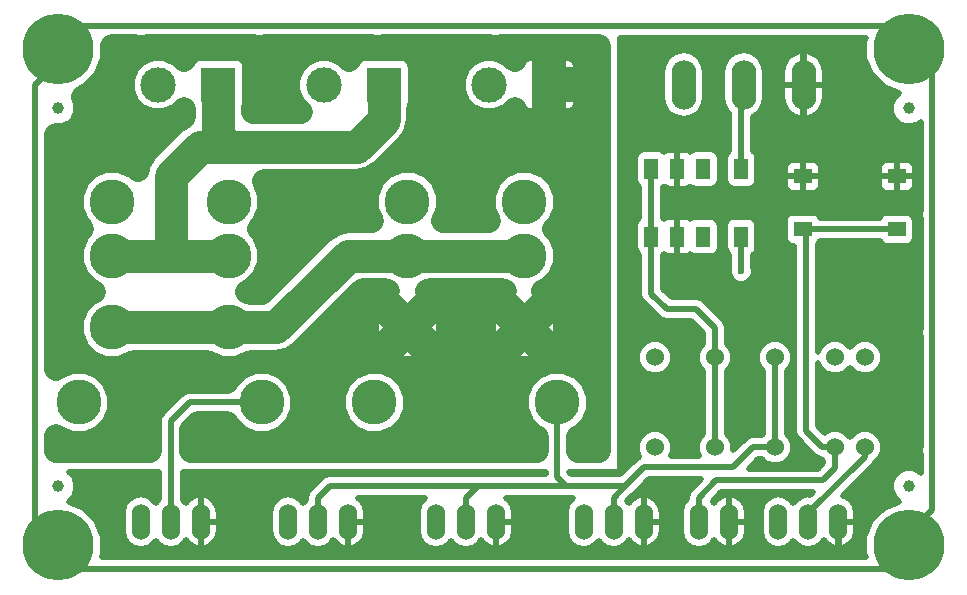
<source format=gbr>
G04 #@! TF.FileFunction,Copper,L1,Top,Signal*
%FSLAX46Y46*%
G04 Gerber Fmt 4.6, Leading zero omitted, Abs format (unit mm)*
G04 Created by KiCad (PCBNEW 4.0.6) date 06/08/17 14:50:25*
%MOMM*%
%LPD*%
G01*
G04 APERTURE LIST*
%ADD10C,0.100000*%
%ADD11O,1.524000X3.048000*%
%ADD12C,3.800000*%
%ADD13R,1.198880X1.798320*%
%ADD14C,1.000000*%
%ADD15C,6.000000*%
%ADD16O,2.095500X4.191000*%
%ADD17R,1.550000X1.300000*%
%ADD18C,1.524000*%
%ADD19R,3.000000X3.000000*%
%ADD20C,3.000000*%
%ADD21C,0.600000*%
%ADD22C,0.500000*%
%ADD23C,2.800000*%
%ADD24C,2.000000*%
G04 APERTURE END LIST*
D10*
D11*
X173270000Y-119500000D03*
X170730000Y-119500000D03*
D12*
X155950000Y-92390000D03*
X146050000Y-92390000D03*
X146050000Y-96960000D03*
X146050000Y-103050000D03*
X155950000Y-96960000D03*
X155950000Y-103050000D03*
X158745000Y-109400000D03*
X143255000Y-109400000D03*
D13*
X174299840Y-89650120D03*
X171099440Y-89650120D03*
X168902340Y-89650120D03*
X166700160Y-89650120D03*
X166700160Y-95349880D03*
X168902340Y-95349880D03*
X171099440Y-95349880D03*
X174299840Y-95349880D03*
D14*
X116500000Y-84500000D03*
X116500000Y-116500000D03*
D11*
X128540000Y-119500000D03*
X126000000Y-119500000D03*
X123460000Y-119500000D03*
X182540000Y-119500000D03*
X180000000Y-119500000D03*
X177460000Y-119500000D03*
D15*
X188500000Y-79500000D03*
X116500000Y-121500000D03*
X188500000Y-121500000D03*
X116500000Y-79500000D03*
D16*
X179580000Y-82500000D03*
X174500000Y-82500000D03*
X169420000Y-82500000D03*
D11*
X153540000Y-119500000D03*
X151000000Y-119500000D03*
X148460000Y-119500000D03*
X141040000Y-119500000D03*
X138500000Y-119500000D03*
X135960000Y-119500000D03*
X166040000Y-119500000D03*
X163500000Y-119500000D03*
X160960000Y-119500000D03*
D17*
X179525000Y-90250000D03*
X187475000Y-90250000D03*
X179525000Y-94750000D03*
X187475000Y-94750000D03*
D18*
X184800000Y-113200000D03*
X182260000Y-113200000D03*
X184800000Y-105580000D03*
X177180000Y-113200000D03*
X182260000Y-105580000D03*
X172100000Y-113200000D03*
X177180000Y-105580000D03*
X167000000Y-113200000D03*
X167020000Y-105580000D03*
X172100000Y-105580000D03*
D12*
X130950000Y-92390000D03*
X121050000Y-92390000D03*
X121050000Y-96960000D03*
X121050000Y-103050000D03*
X130950000Y-96960000D03*
X130950000Y-103050000D03*
X133745000Y-109400000D03*
X118255000Y-109400000D03*
D14*
X188500000Y-84500000D03*
X188500000Y-116500000D03*
D19*
X130040000Y-82500000D03*
D20*
X124960000Y-82500000D03*
D19*
X144040000Y-82500000D03*
D20*
X138960000Y-82500000D03*
D19*
X158040000Y-82500000D03*
D20*
X152960000Y-82500000D03*
D21*
X174300000Y-98300000D03*
X183500000Y-77500000D03*
X173500000Y-77500000D03*
X128500000Y-123500000D03*
X114500000Y-113500000D03*
X114500000Y-103500000D03*
X114500000Y-93500000D03*
X114500000Y-83500000D03*
X123500000Y-77500000D03*
X133500000Y-77500000D03*
X143500000Y-77500000D03*
X153500000Y-77500000D03*
X163500000Y-77500000D03*
X190500000Y-83500000D03*
X190500000Y-93500000D03*
X190500000Y-103500000D03*
X190500000Y-113500000D03*
X178500000Y-123500000D03*
X168500000Y-123500000D03*
X158500000Y-123500000D03*
X148500000Y-123500000D03*
D22*
X174300000Y-95649760D02*
X174300000Y-98300000D01*
X174299840Y-95349880D02*
X174299840Y-95649600D01*
X174299840Y-95649600D02*
X174300000Y-95649760D01*
D23*
X134950000Y-103050000D02*
X141040000Y-96960000D01*
X141040000Y-96960000D02*
X146050000Y-96960000D01*
X146050000Y-96960000D02*
X155950000Y-96960000D01*
X130950000Y-103050000D02*
X134950000Y-103050000D01*
X121050000Y-103050000D02*
X130950000Y-103050000D01*
D22*
X126000000Y-119500000D02*
X126000000Y-111000000D01*
X127600000Y-109400000D02*
X133745000Y-109400000D01*
X126000000Y-111000000D02*
X127600000Y-109400000D01*
X174299840Y-89650120D02*
X174299840Y-82700160D01*
X174299840Y-82700160D02*
X174500000Y-82500000D01*
X180000000Y-119500000D02*
X180000000Y-118800000D01*
X180000000Y-118800000D02*
X184800000Y-114000000D01*
X184800000Y-114000000D02*
X184800000Y-113200000D01*
X170730000Y-117470000D02*
X170730000Y-119500000D01*
X182260000Y-113200000D02*
X181182370Y-113200000D01*
X181182370Y-113200000D02*
X179800000Y-111817630D01*
X179800000Y-111817630D02*
X179800000Y-95025000D01*
X179800000Y-95025000D02*
X179525000Y-94750000D01*
X170730000Y-117470000D02*
X172200000Y-116000000D01*
X172200000Y-116000000D02*
X181200000Y-116000000D01*
X182260000Y-114940000D02*
X182260000Y-113200000D01*
X181200000Y-116000000D02*
X182260000Y-114940000D01*
X179525000Y-94750000D02*
X187475000Y-94750000D01*
X183500000Y-77500000D02*
X186500000Y-77500000D01*
X123500000Y-77500000D02*
X183500000Y-77500000D01*
X186500000Y-77500000D02*
X188500000Y-79500000D01*
X148500000Y-123500000D02*
X118500000Y-123500000D01*
X118500000Y-123500000D02*
X116500000Y-121500000D01*
X114500000Y-113500000D02*
X114500000Y-119500000D01*
X114500000Y-103500000D02*
X114500000Y-113500000D01*
X114500000Y-93500000D02*
X114500000Y-103500000D01*
X114500000Y-83500000D02*
X114500000Y-93500000D01*
X114500000Y-82500000D02*
X114500000Y-83500000D01*
X123500000Y-77500000D02*
X118500000Y-77500000D01*
X190500000Y-83500000D02*
X190500000Y-81500000D01*
X190500000Y-93500000D02*
X190500000Y-83500000D01*
X190500000Y-103500000D02*
X190500000Y-93500000D01*
X190500000Y-113500000D02*
X190500000Y-103500000D01*
X190500000Y-118500000D02*
X190500000Y-113500000D01*
X178500000Y-123500000D02*
X186500000Y-123500000D01*
X168500000Y-123500000D02*
X178500000Y-123500000D01*
X158500000Y-123500000D02*
X168500000Y-123500000D01*
X148500000Y-123500000D02*
X158500000Y-123500000D01*
X116500000Y-79500000D02*
X116500000Y-80500000D01*
X116500000Y-80500000D02*
X114500000Y-82500000D01*
X114500000Y-119500000D02*
X116500000Y-121500000D01*
X118500000Y-77500000D02*
X116500000Y-79500000D01*
X188500000Y-121500000D02*
X188500000Y-120500000D01*
X188500000Y-120500000D02*
X190500000Y-118500000D01*
X190500000Y-81500000D02*
X188500000Y-79500000D01*
X186500000Y-123500000D02*
X188500000Y-121500000D01*
X172100000Y-105580000D02*
X172100000Y-113200000D01*
X170500000Y-101500000D02*
X172100000Y-103100000D01*
X172100000Y-103100000D02*
X172100000Y-105580000D01*
X168020000Y-101500000D02*
X170500000Y-101500000D01*
X166700160Y-95349880D02*
X166700160Y-100180160D01*
X166700160Y-100180160D02*
X168020000Y-101500000D01*
X166700160Y-89650120D02*
X166700160Y-95349880D01*
X172200160Y-105479840D02*
X172100000Y-105580000D01*
X151900000Y-116500000D02*
X159500000Y-116500000D01*
X159500000Y-116500000D02*
X164500000Y-116500000D01*
X158745000Y-109400000D02*
X158745000Y-115745000D01*
X158745000Y-115745000D02*
X159500000Y-116500000D01*
X139476000Y-116500000D02*
X151900000Y-116500000D01*
X151900000Y-116576000D02*
X151900000Y-116500000D01*
X151000000Y-119500000D02*
X151000000Y-117476000D01*
X151000000Y-117476000D02*
X151900000Y-116576000D01*
X163500000Y-119500000D02*
X163500000Y-117476000D01*
X163500000Y-117476000D02*
X164476000Y-116500000D01*
X164476000Y-116500000D02*
X164500000Y-116500000D01*
X164500000Y-116500000D02*
X166100000Y-114900000D01*
X138500000Y-119500000D02*
X138500000Y-117476000D01*
X138500000Y-117476000D02*
X139476000Y-116500000D01*
X166100000Y-114900000D02*
X173600000Y-114900000D01*
X173600000Y-114900000D02*
X175300000Y-113200000D01*
X175300000Y-113200000D02*
X177180000Y-113200000D01*
X177180000Y-105580000D02*
X177180000Y-113200000D01*
D23*
X144040000Y-85460000D02*
X144040000Y-82500000D01*
X141750000Y-87750000D02*
X144040000Y-85460000D01*
X132250000Y-87750000D02*
X141750000Y-87750000D01*
X128500000Y-87750000D02*
X132250000Y-87750000D01*
X130040000Y-82500000D02*
X130040000Y-86800000D01*
X130040000Y-86800000D02*
X130990000Y-87750000D01*
X130990000Y-87750000D02*
X132250000Y-87750000D01*
X126000000Y-96960000D02*
X126000000Y-90250000D01*
X126000000Y-90250000D02*
X128500000Y-87750000D01*
X121050000Y-96960000D02*
X126000000Y-96960000D01*
X126000000Y-96960000D02*
X130950000Y-96960000D01*
D24*
G36*
X123138789Y-79307686D02*
X123858056Y-79308313D01*
X123979823Y-79258000D01*
X133019132Y-79258000D01*
X133138789Y-79307686D01*
X133858056Y-79308313D01*
X133979823Y-79258000D01*
X143019132Y-79258000D01*
X143138789Y-79307686D01*
X143858056Y-79308313D01*
X143979823Y-79258000D01*
X153019132Y-79258000D01*
X153138789Y-79307686D01*
X153858056Y-79308313D01*
X153979823Y-79258000D01*
X162292000Y-79258000D01*
X162292000Y-113492000D01*
X160503000Y-113492000D01*
X160503000Y-112361071D01*
X160672955Y-112290847D01*
X161632477Y-111332998D01*
X162152407Y-110080867D01*
X162153591Y-108725081D01*
X161635847Y-107472045D01*
X160677998Y-106512523D01*
X159425867Y-105992593D01*
X158070081Y-105991409D01*
X156817045Y-106509153D01*
X155857523Y-107467002D01*
X155337593Y-108719133D01*
X155336409Y-110074919D01*
X155854153Y-111327955D01*
X156812002Y-112287477D01*
X156987000Y-112360142D01*
X156987000Y-113492000D01*
X127758000Y-113492000D01*
X127758000Y-111728188D01*
X128328188Y-111158000D01*
X130783929Y-111158000D01*
X130854153Y-111327955D01*
X131812002Y-112287477D01*
X133064133Y-112807407D01*
X134419919Y-112808591D01*
X135672955Y-112290847D01*
X136632477Y-111332998D01*
X137152407Y-110080867D01*
X137152412Y-110074919D01*
X139846409Y-110074919D01*
X140364153Y-111327955D01*
X141322002Y-112287477D01*
X142574133Y-112807407D01*
X143929919Y-112808591D01*
X145182955Y-112290847D01*
X146142477Y-111332998D01*
X146662407Y-110080867D01*
X146663591Y-108725081D01*
X146145847Y-107472045D01*
X145187998Y-106512523D01*
X143935867Y-105992593D01*
X142580081Y-105991409D01*
X141327045Y-106509153D01*
X140367523Y-107467002D01*
X139847593Y-108719133D01*
X139846409Y-110074919D01*
X137152412Y-110074919D01*
X137153591Y-108725081D01*
X136635847Y-107472045D01*
X135677998Y-106512523D01*
X134425867Y-105992593D01*
X133070081Y-105991409D01*
X131817045Y-106509153D01*
X130857523Y-107467002D01*
X130784858Y-107642000D01*
X127600005Y-107642000D01*
X127600000Y-107641999D01*
X126927243Y-107775820D01*
X126356906Y-108156906D01*
X124756906Y-109756906D01*
X124375820Y-110327242D01*
X124375820Y-110327243D01*
X124242000Y-111000000D01*
X124242000Y-113492000D01*
X116308008Y-113492000D01*
X116308313Y-113141944D01*
X116258000Y-113020177D01*
X116258000Y-112223363D01*
X116322002Y-112287477D01*
X117574133Y-112807407D01*
X118929919Y-112808591D01*
X120182955Y-112290847D01*
X121142477Y-111332998D01*
X121662407Y-110080867D01*
X121663591Y-108725081D01*
X121145847Y-107472045D01*
X120187998Y-106512523D01*
X118935867Y-105992593D01*
X117580081Y-105991409D01*
X116327045Y-106509153D01*
X116258000Y-106578078D01*
X116258000Y-103980868D01*
X116307686Y-103861211D01*
X116308313Y-103141944D01*
X116258000Y-103020177D01*
X116258000Y-93980868D01*
X116307686Y-93861211D01*
X116308313Y-93141944D01*
X116276487Y-93064919D01*
X117641409Y-93064919D01*
X118159153Y-94317955D01*
X118515358Y-94674782D01*
X118162523Y-95027002D01*
X117642593Y-96279133D01*
X117641409Y-97634919D01*
X118159153Y-98887955D01*
X119117002Y-99847477D01*
X119495743Y-100004744D01*
X119122045Y-100159153D01*
X118162523Y-101117002D01*
X117642593Y-102369133D01*
X117641409Y-103724919D01*
X118159153Y-104977955D01*
X119117002Y-105937477D01*
X120369133Y-106457407D01*
X121724919Y-106458591D01*
X122936442Y-105958000D01*
X129066427Y-105958000D01*
X130269133Y-106457407D01*
X131624919Y-106458591D01*
X132836442Y-105958000D01*
X134949995Y-105958000D01*
X134950000Y-105958001D01*
X136062844Y-105736642D01*
X136364001Y-105535415D01*
X144200981Y-105535415D01*
X144388840Y-106101975D01*
X145683229Y-106505356D01*
X147033455Y-106382690D01*
X147711160Y-106101975D01*
X147899019Y-105535415D01*
X154100981Y-105535415D01*
X154288840Y-106101975D01*
X155583229Y-106505356D01*
X156933455Y-106382690D01*
X157611160Y-106101975D01*
X157799019Y-105535415D01*
X155950000Y-103686396D01*
X154100981Y-105535415D01*
X147899019Y-105535415D01*
X146050000Y-103686396D01*
X144200981Y-105535415D01*
X136364001Y-105535415D01*
X137006267Y-105106267D01*
X139429304Y-102683229D01*
X142594644Y-102683229D01*
X142717310Y-104033455D01*
X142998025Y-104711160D01*
X143564585Y-104899019D01*
X145413604Y-103050000D01*
X146686396Y-103050000D01*
X148535415Y-104899019D01*
X149101975Y-104711160D01*
X149505356Y-103416771D01*
X149438715Y-102683229D01*
X152494644Y-102683229D01*
X152617310Y-104033455D01*
X152898025Y-104711160D01*
X153464585Y-104899019D01*
X155313604Y-103050000D01*
X156586396Y-103050000D01*
X158435415Y-104899019D01*
X159001975Y-104711160D01*
X159405356Y-103416771D01*
X159282690Y-102066545D01*
X159001975Y-101388840D01*
X158435415Y-101200981D01*
X156586396Y-103050000D01*
X155313604Y-103050000D01*
X153464585Y-101200981D01*
X152898025Y-101388840D01*
X152494644Y-102683229D01*
X149438715Y-102683229D01*
X149382690Y-102066545D01*
X149101975Y-101388840D01*
X148535415Y-101200981D01*
X146686396Y-103050000D01*
X145413604Y-103050000D01*
X143564585Y-101200981D01*
X142998025Y-101388840D01*
X142594644Y-102683229D01*
X139429304Y-102683229D01*
X142244533Y-99868000D01*
X144166427Y-99868000D01*
X144434257Y-99979213D01*
X144388840Y-99998025D01*
X144200981Y-100564585D01*
X146050000Y-102413604D01*
X147899019Y-100564585D01*
X147711160Y-99998025D01*
X147660196Y-99982143D01*
X147936442Y-99868000D01*
X154066427Y-99868000D01*
X154334257Y-99979213D01*
X154288840Y-99998025D01*
X154100981Y-100564585D01*
X155950000Y-102413604D01*
X157799019Y-100564585D01*
X157611160Y-99998025D01*
X157560196Y-99982143D01*
X157877955Y-99850847D01*
X158837477Y-98892998D01*
X159357407Y-97640867D01*
X159358591Y-96285081D01*
X158840847Y-95032045D01*
X158484642Y-94675218D01*
X158837477Y-94322998D01*
X159357407Y-93070867D01*
X159358591Y-91715081D01*
X158840847Y-90462045D01*
X157882998Y-89502523D01*
X156630867Y-88982593D01*
X155275081Y-88981409D01*
X154022045Y-89499153D01*
X153062523Y-90457002D01*
X152542593Y-91709133D01*
X152541409Y-93064919D01*
X152949263Y-94052000D01*
X149050005Y-94052000D01*
X149457407Y-93070867D01*
X149458591Y-91715081D01*
X148940847Y-90462045D01*
X147982998Y-89502523D01*
X146730867Y-88982593D01*
X145375081Y-88981409D01*
X144122045Y-89499153D01*
X143162523Y-90457002D01*
X142642593Y-91709133D01*
X142641409Y-93064919D01*
X143049263Y-94052000D01*
X141040005Y-94052000D01*
X141040000Y-94051999D01*
X139927156Y-94273358D01*
X139553822Y-94522812D01*
X138983733Y-94903733D01*
X138983731Y-94903736D01*
X133745466Y-100142000D01*
X132833573Y-100142000D01*
X132504257Y-100005256D01*
X132877955Y-99850847D01*
X133837477Y-98892998D01*
X134357407Y-97640867D01*
X134358591Y-96285081D01*
X133840847Y-95032045D01*
X133484642Y-94675218D01*
X133837477Y-94322998D01*
X134357407Y-93070867D01*
X134358591Y-91715081D01*
X133921814Y-90658000D01*
X141749995Y-90658000D01*
X141750000Y-90658001D01*
X142862844Y-90436642D01*
X143806267Y-89806267D01*
X146096264Y-87516269D01*
X146096267Y-87516267D01*
X146574861Y-86800000D01*
X146726642Y-86572844D01*
X146948001Y-85460000D01*
X146948000Y-85459995D01*
X146948000Y-84610493D01*
X146956406Y-84598190D01*
X147077543Y-84000000D01*
X147077543Y-83095703D01*
X149951479Y-83095703D01*
X150408455Y-84201669D01*
X151253880Y-85048571D01*
X152359047Y-85507477D01*
X153555703Y-85508521D01*
X154661669Y-85051545D01*
X155143913Y-84570142D01*
X155261579Y-84854213D01*
X155685786Y-85278421D01*
X156240040Y-85508000D01*
X157213000Y-85508000D01*
X157590000Y-85131000D01*
X157590000Y-82950000D01*
X158490000Y-82950000D01*
X158490000Y-85131000D01*
X158867000Y-85508000D01*
X159839960Y-85508000D01*
X160394214Y-85278421D01*
X160818421Y-84854213D01*
X161048000Y-84299960D01*
X161048000Y-83327000D01*
X160671000Y-82950000D01*
X158490000Y-82950000D01*
X157590000Y-82950000D01*
X157570000Y-82950000D01*
X157570000Y-82050000D01*
X157590000Y-82050000D01*
X157590000Y-79869000D01*
X158490000Y-79869000D01*
X158490000Y-82050000D01*
X160671000Y-82050000D01*
X161048000Y-81673000D01*
X161048000Y-80700040D01*
X160818421Y-80145787D01*
X160394214Y-79721579D01*
X159839960Y-79492000D01*
X158867000Y-79492000D01*
X158490000Y-79869000D01*
X157590000Y-79869000D01*
X157213000Y-79492000D01*
X156240040Y-79492000D01*
X155685786Y-79721579D01*
X155261579Y-80145787D01*
X155143855Y-80429998D01*
X154666120Y-79951429D01*
X153560953Y-79492523D01*
X152364297Y-79491479D01*
X151258331Y-79948455D01*
X150411429Y-80793880D01*
X149952523Y-81899047D01*
X149951479Y-83095703D01*
X147077543Y-83095703D01*
X147077543Y-81000000D01*
X146972392Y-80441169D01*
X146642123Y-79927916D01*
X146138190Y-79583594D01*
X145540000Y-79462457D01*
X142540000Y-79462457D01*
X141981169Y-79567608D01*
X141467916Y-79897877D01*
X141123594Y-80401810D01*
X141122265Y-80408371D01*
X140666120Y-79951429D01*
X139560953Y-79492523D01*
X138364297Y-79491479D01*
X137258331Y-79948455D01*
X136411429Y-80793880D01*
X135952523Y-81899047D01*
X135951479Y-83095703D01*
X136408455Y-84201669D01*
X137047669Y-84842000D01*
X132948000Y-84842000D01*
X132948000Y-84610493D01*
X132956406Y-84598190D01*
X133077543Y-84000000D01*
X133077543Y-81000000D01*
X132972392Y-80441169D01*
X132642123Y-79927916D01*
X132138190Y-79583594D01*
X131540000Y-79462457D01*
X128540000Y-79462457D01*
X127981169Y-79567608D01*
X127467916Y-79897877D01*
X127123594Y-80401810D01*
X127122265Y-80408371D01*
X126666120Y-79951429D01*
X125560953Y-79492523D01*
X124364297Y-79491479D01*
X123258331Y-79948455D01*
X122411429Y-80793880D01*
X121952523Y-81899047D01*
X121951479Y-83095703D01*
X122408455Y-84201669D01*
X123253880Y-85048571D01*
X124359047Y-85507477D01*
X125555703Y-85508521D01*
X126661669Y-85051545D01*
X127126239Y-84587785D01*
X127132000Y-84596737D01*
X127132000Y-85233848D01*
X126443733Y-85693733D01*
X126443731Y-85693736D01*
X123943733Y-88193733D01*
X123313358Y-89137156D01*
X123197867Y-89717767D01*
X122982998Y-89502523D01*
X121730867Y-88982593D01*
X120375081Y-88981409D01*
X119122045Y-89499153D01*
X118162523Y-90457002D01*
X117642593Y-91709133D01*
X117641409Y-93064919D01*
X116276487Y-93064919D01*
X116258000Y-93020177D01*
X116258000Y-86769790D01*
X116949550Y-86770393D01*
X117784172Y-86425535D01*
X118423290Y-85787531D01*
X118769605Y-84953512D01*
X118770393Y-84050450D01*
X118554787Y-83528642D01*
X119050241Y-83323925D01*
X120319468Y-82056911D01*
X121007216Y-80400631D01*
X121008213Y-79258000D01*
X123019132Y-79258000D01*
X123138789Y-79307686D01*
X123138789Y-79307686D01*
G37*
X123138789Y-79307686D02*
X123858056Y-79308313D01*
X123979823Y-79258000D01*
X133019132Y-79258000D01*
X133138789Y-79307686D01*
X133858056Y-79308313D01*
X133979823Y-79258000D01*
X143019132Y-79258000D01*
X143138789Y-79307686D01*
X143858056Y-79308313D01*
X143979823Y-79258000D01*
X153019132Y-79258000D01*
X153138789Y-79307686D01*
X153858056Y-79308313D01*
X153979823Y-79258000D01*
X162292000Y-79258000D01*
X162292000Y-113492000D01*
X160503000Y-113492000D01*
X160503000Y-112361071D01*
X160672955Y-112290847D01*
X161632477Y-111332998D01*
X162152407Y-110080867D01*
X162153591Y-108725081D01*
X161635847Y-107472045D01*
X160677998Y-106512523D01*
X159425867Y-105992593D01*
X158070081Y-105991409D01*
X156817045Y-106509153D01*
X155857523Y-107467002D01*
X155337593Y-108719133D01*
X155336409Y-110074919D01*
X155854153Y-111327955D01*
X156812002Y-112287477D01*
X156987000Y-112360142D01*
X156987000Y-113492000D01*
X127758000Y-113492000D01*
X127758000Y-111728188D01*
X128328188Y-111158000D01*
X130783929Y-111158000D01*
X130854153Y-111327955D01*
X131812002Y-112287477D01*
X133064133Y-112807407D01*
X134419919Y-112808591D01*
X135672955Y-112290847D01*
X136632477Y-111332998D01*
X137152407Y-110080867D01*
X137152412Y-110074919D01*
X139846409Y-110074919D01*
X140364153Y-111327955D01*
X141322002Y-112287477D01*
X142574133Y-112807407D01*
X143929919Y-112808591D01*
X145182955Y-112290847D01*
X146142477Y-111332998D01*
X146662407Y-110080867D01*
X146663591Y-108725081D01*
X146145847Y-107472045D01*
X145187998Y-106512523D01*
X143935867Y-105992593D01*
X142580081Y-105991409D01*
X141327045Y-106509153D01*
X140367523Y-107467002D01*
X139847593Y-108719133D01*
X139846409Y-110074919D01*
X137152412Y-110074919D01*
X137153591Y-108725081D01*
X136635847Y-107472045D01*
X135677998Y-106512523D01*
X134425867Y-105992593D01*
X133070081Y-105991409D01*
X131817045Y-106509153D01*
X130857523Y-107467002D01*
X130784858Y-107642000D01*
X127600005Y-107642000D01*
X127600000Y-107641999D01*
X126927243Y-107775820D01*
X126356906Y-108156906D01*
X124756906Y-109756906D01*
X124375820Y-110327242D01*
X124375820Y-110327243D01*
X124242000Y-111000000D01*
X124242000Y-113492000D01*
X116308008Y-113492000D01*
X116308313Y-113141944D01*
X116258000Y-113020177D01*
X116258000Y-112223363D01*
X116322002Y-112287477D01*
X117574133Y-112807407D01*
X118929919Y-112808591D01*
X120182955Y-112290847D01*
X121142477Y-111332998D01*
X121662407Y-110080867D01*
X121663591Y-108725081D01*
X121145847Y-107472045D01*
X120187998Y-106512523D01*
X118935867Y-105992593D01*
X117580081Y-105991409D01*
X116327045Y-106509153D01*
X116258000Y-106578078D01*
X116258000Y-103980868D01*
X116307686Y-103861211D01*
X116308313Y-103141944D01*
X116258000Y-103020177D01*
X116258000Y-93980868D01*
X116307686Y-93861211D01*
X116308313Y-93141944D01*
X116276487Y-93064919D01*
X117641409Y-93064919D01*
X118159153Y-94317955D01*
X118515358Y-94674782D01*
X118162523Y-95027002D01*
X117642593Y-96279133D01*
X117641409Y-97634919D01*
X118159153Y-98887955D01*
X119117002Y-99847477D01*
X119495743Y-100004744D01*
X119122045Y-100159153D01*
X118162523Y-101117002D01*
X117642593Y-102369133D01*
X117641409Y-103724919D01*
X118159153Y-104977955D01*
X119117002Y-105937477D01*
X120369133Y-106457407D01*
X121724919Y-106458591D01*
X122936442Y-105958000D01*
X129066427Y-105958000D01*
X130269133Y-106457407D01*
X131624919Y-106458591D01*
X132836442Y-105958000D01*
X134949995Y-105958000D01*
X134950000Y-105958001D01*
X136062844Y-105736642D01*
X136364001Y-105535415D01*
X144200981Y-105535415D01*
X144388840Y-106101975D01*
X145683229Y-106505356D01*
X147033455Y-106382690D01*
X147711160Y-106101975D01*
X147899019Y-105535415D01*
X154100981Y-105535415D01*
X154288840Y-106101975D01*
X155583229Y-106505356D01*
X156933455Y-106382690D01*
X157611160Y-106101975D01*
X157799019Y-105535415D01*
X155950000Y-103686396D01*
X154100981Y-105535415D01*
X147899019Y-105535415D01*
X146050000Y-103686396D01*
X144200981Y-105535415D01*
X136364001Y-105535415D01*
X137006267Y-105106267D01*
X139429304Y-102683229D01*
X142594644Y-102683229D01*
X142717310Y-104033455D01*
X142998025Y-104711160D01*
X143564585Y-104899019D01*
X145413604Y-103050000D01*
X146686396Y-103050000D01*
X148535415Y-104899019D01*
X149101975Y-104711160D01*
X149505356Y-103416771D01*
X149438715Y-102683229D01*
X152494644Y-102683229D01*
X152617310Y-104033455D01*
X152898025Y-104711160D01*
X153464585Y-104899019D01*
X155313604Y-103050000D01*
X156586396Y-103050000D01*
X158435415Y-104899019D01*
X159001975Y-104711160D01*
X159405356Y-103416771D01*
X159282690Y-102066545D01*
X159001975Y-101388840D01*
X158435415Y-101200981D01*
X156586396Y-103050000D01*
X155313604Y-103050000D01*
X153464585Y-101200981D01*
X152898025Y-101388840D01*
X152494644Y-102683229D01*
X149438715Y-102683229D01*
X149382690Y-102066545D01*
X149101975Y-101388840D01*
X148535415Y-101200981D01*
X146686396Y-103050000D01*
X145413604Y-103050000D01*
X143564585Y-101200981D01*
X142998025Y-101388840D01*
X142594644Y-102683229D01*
X139429304Y-102683229D01*
X142244533Y-99868000D01*
X144166427Y-99868000D01*
X144434257Y-99979213D01*
X144388840Y-99998025D01*
X144200981Y-100564585D01*
X146050000Y-102413604D01*
X147899019Y-100564585D01*
X147711160Y-99998025D01*
X147660196Y-99982143D01*
X147936442Y-99868000D01*
X154066427Y-99868000D01*
X154334257Y-99979213D01*
X154288840Y-99998025D01*
X154100981Y-100564585D01*
X155950000Y-102413604D01*
X157799019Y-100564585D01*
X157611160Y-99998025D01*
X157560196Y-99982143D01*
X157877955Y-99850847D01*
X158837477Y-98892998D01*
X159357407Y-97640867D01*
X159358591Y-96285081D01*
X158840847Y-95032045D01*
X158484642Y-94675218D01*
X158837477Y-94322998D01*
X159357407Y-93070867D01*
X159358591Y-91715081D01*
X158840847Y-90462045D01*
X157882998Y-89502523D01*
X156630867Y-88982593D01*
X155275081Y-88981409D01*
X154022045Y-89499153D01*
X153062523Y-90457002D01*
X152542593Y-91709133D01*
X152541409Y-93064919D01*
X152949263Y-94052000D01*
X149050005Y-94052000D01*
X149457407Y-93070867D01*
X149458591Y-91715081D01*
X148940847Y-90462045D01*
X147982998Y-89502523D01*
X146730867Y-88982593D01*
X145375081Y-88981409D01*
X144122045Y-89499153D01*
X143162523Y-90457002D01*
X142642593Y-91709133D01*
X142641409Y-93064919D01*
X143049263Y-94052000D01*
X141040005Y-94052000D01*
X141040000Y-94051999D01*
X139927156Y-94273358D01*
X139553822Y-94522812D01*
X138983733Y-94903733D01*
X138983731Y-94903736D01*
X133745466Y-100142000D01*
X132833573Y-100142000D01*
X132504257Y-100005256D01*
X132877955Y-99850847D01*
X133837477Y-98892998D01*
X134357407Y-97640867D01*
X134358591Y-96285081D01*
X133840847Y-95032045D01*
X133484642Y-94675218D01*
X133837477Y-94322998D01*
X134357407Y-93070867D01*
X134358591Y-91715081D01*
X133921814Y-90658000D01*
X141749995Y-90658000D01*
X141750000Y-90658001D01*
X142862844Y-90436642D01*
X143806267Y-89806267D01*
X146096264Y-87516269D01*
X146096267Y-87516267D01*
X146574861Y-86800000D01*
X146726642Y-86572844D01*
X146948001Y-85460000D01*
X146948000Y-85459995D01*
X146948000Y-84610493D01*
X146956406Y-84598190D01*
X147077543Y-84000000D01*
X147077543Y-83095703D01*
X149951479Y-83095703D01*
X150408455Y-84201669D01*
X151253880Y-85048571D01*
X152359047Y-85507477D01*
X153555703Y-85508521D01*
X154661669Y-85051545D01*
X155143913Y-84570142D01*
X155261579Y-84854213D01*
X155685786Y-85278421D01*
X156240040Y-85508000D01*
X157213000Y-85508000D01*
X157590000Y-85131000D01*
X157590000Y-82950000D01*
X158490000Y-82950000D01*
X158490000Y-85131000D01*
X158867000Y-85508000D01*
X159839960Y-85508000D01*
X160394214Y-85278421D01*
X160818421Y-84854213D01*
X161048000Y-84299960D01*
X161048000Y-83327000D01*
X160671000Y-82950000D01*
X158490000Y-82950000D01*
X157590000Y-82950000D01*
X157570000Y-82950000D01*
X157570000Y-82050000D01*
X157590000Y-82050000D01*
X157590000Y-79869000D01*
X158490000Y-79869000D01*
X158490000Y-82050000D01*
X160671000Y-82050000D01*
X161048000Y-81673000D01*
X161048000Y-80700040D01*
X160818421Y-80145787D01*
X160394214Y-79721579D01*
X159839960Y-79492000D01*
X158867000Y-79492000D01*
X158490000Y-79869000D01*
X157590000Y-79869000D01*
X157213000Y-79492000D01*
X156240040Y-79492000D01*
X155685786Y-79721579D01*
X155261579Y-80145787D01*
X155143855Y-80429998D01*
X154666120Y-79951429D01*
X153560953Y-79492523D01*
X152364297Y-79491479D01*
X151258331Y-79948455D01*
X150411429Y-80793880D01*
X149952523Y-81899047D01*
X149951479Y-83095703D01*
X147077543Y-83095703D01*
X147077543Y-81000000D01*
X146972392Y-80441169D01*
X146642123Y-79927916D01*
X146138190Y-79583594D01*
X145540000Y-79462457D01*
X142540000Y-79462457D01*
X141981169Y-79567608D01*
X141467916Y-79897877D01*
X141123594Y-80401810D01*
X141122265Y-80408371D01*
X140666120Y-79951429D01*
X139560953Y-79492523D01*
X138364297Y-79491479D01*
X137258331Y-79948455D01*
X136411429Y-80793880D01*
X135952523Y-81899047D01*
X135951479Y-83095703D01*
X136408455Y-84201669D01*
X137047669Y-84842000D01*
X132948000Y-84842000D01*
X132948000Y-84610493D01*
X132956406Y-84598190D01*
X133077543Y-84000000D01*
X133077543Y-81000000D01*
X132972392Y-80441169D01*
X132642123Y-79927916D01*
X132138190Y-79583594D01*
X131540000Y-79462457D01*
X128540000Y-79462457D01*
X127981169Y-79567608D01*
X127467916Y-79897877D01*
X127123594Y-80401810D01*
X127122265Y-80408371D01*
X126666120Y-79951429D01*
X125560953Y-79492523D01*
X124364297Y-79491479D01*
X123258331Y-79948455D01*
X122411429Y-80793880D01*
X121952523Y-81899047D01*
X121951479Y-83095703D01*
X122408455Y-84201669D01*
X123253880Y-85048571D01*
X124359047Y-85507477D01*
X125555703Y-85508521D01*
X126661669Y-85051545D01*
X127126239Y-84587785D01*
X127132000Y-84596737D01*
X127132000Y-85233848D01*
X126443733Y-85693733D01*
X126443731Y-85693736D01*
X123943733Y-88193733D01*
X123313358Y-89137156D01*
X123197867Y-89717767D01*
X122982998Y-89502523D01*
X121730867Y-88982593D01*
X120375081Y-88981409D01*
X119122045Y-89499153D01*
X118162523Y-90457002D01*
X117642593Y-91709133D01*
X117641409Y-93064919D01*
X116276487Y-93064919D01*
X116258000Y-93020177D01*
X116258000Y-86769790D01*
X116949550Y-86770393D01*
X117784172Y-86425535D01*
X118423290Y-85787531D01*
X118769605Y-84953512D01*
X118770393Y-84050450D01*
X118554787Y-83528642D01*
X119050241Y-83323925D01*
X120319468Y-82056911D01*
X121007216Y-80400631D01*
X121008213Y-79258000D01*
X123019132Y-79258000D01*
X123138789Y-79307686D01*
D22*
G36*
X173288628Y-78557816D02*
X173709526Y-78558183D01*
X173830978Y-78508000D01*
X183168658Y-78508000D01*
X183288628Y-78557816D01*
X183709526Y-78558183D01*
X183830978Y-78508000D01*
X184842811Y-78508000D01*
X184742653Y-78749208D01*
X184741349Y-80244233D01*
X185312265Y-81625955D01*
X186368484Y-82684020D01*
X187639129Y-83211638D01*
X187212158Y-83637865D01*
X186980264Y-84196327D01*
X186979736Y-84801020D01*
X187210655Y-85359886D01*
X187637865Y-85787842D01*
X188196327Y-86019736D01*
X188801020Y-86020264D01*
X189359886Y-85789345D01*
X189492000Y-85657461D01*
X189492000Y-93168658D01*
X189442184Y-93288628D01*
X189441817Y-93709526D01*
X189492000Y-93830978D01*
X189492000Y-103168658D01*
X189442184Y-103288628D01*
X189441817Y-103709526D01*
X189492000Y-103830978D01*
X189492000Y-113168658D01*
X189442184Y-113288628D01*
X189441817Y-113709526D01*
X189492000Y-113830978D01*
X189492000Y-115342250D01*
X189362135Y-115212158D01*
X188803673Y-114980264D01*
X188198980Y-114979736D01*
X187640114Y-115210655D01*
X187212158Y-115637865D01*
X186980264Y-116196327D01*
X186979736Y-116801020D01*
X187210655Y-117359886D01*
X187637865Y-117787842D01*
X187640549Y-117788956D01*
X186374045Y-118312265D01*
X185315980Y-119368484D01*
X184742653Y-120749208D01*
X184741349Y-122244233D01*
X184843724Y-122492000D01*
X178831342Y-122492000D01*
X178711372Y-122442184D01*
X178290474Y-122441817D01*
X178169022Y-122492000D01*
X168831342Y-122492000D01*
X168711372Y-122442184D01*
X168290474Y-122441817D01*
X168169022Y-122492000D01*
X158831342Y-122492000D01*
X158711372Y-122442184D01*
X158290474Y-122441817D01*
X158169022Y-122492000D01*
X148831342Y-122492000D01*
X148711372Y-122442184D01*
X148290474Y-122441817D01*
X148169022Y-122492000D01*
X128831342Y-122492000D01*
X128711372Y-122442184D01*
X128290474Y-122441817D01*
X128169022Y-122492000D01*
X120157189Y-122492000D01*
X120257347Y-122250792D01*
X120258651Y-120755767D01*
X119687735Y-119374045D01*
X118631516Y-118315980D01*
X117360871Y-117788362D01*
X117787842Y-117362135D01*
X118019736Y-116803673D01*
X118020264Y-116198980D01*
X117789345Y-115640114D01*
X117399911Y-115250000D01*
X124992000Y-115250000D01*
X124992000Y-117573855D01*
X124925198Y-117618491D01*
X124730000Y-117910625D01*
X124534802Y-117618491D01*
X124041679Y-117288996D01*
X123460000Y-117173293D01*
X122878321Y-117288996D01*
X122385198Y-117618491D01*
X122055703Y-118111614D01*
X121940000Y-118693293D01*
X121940000Y-120306707D01*
X122055703Y-120888386D01*
X122385198Y-121381509D01*
X122878321Y-121711004D01*
X123460000Y-121826707D01*
X124041679Y-121711004D01*
X124534802Y-121381509D01*
X124730000Y-121089375D01*
X124925198Y-121381509D01*
X125418321Y-121711004D01*
X126000000Y-121826707D01*
X126581679Y-121711004D01*
X127074802Y-121381509D01*
X127284886Y-121067097D01*
X127468026Y-121339630D01*
X127962016Y-121667827D01*
X128298270Y-121762656D01*
X128536000Y-121592494D01*
X128536000Y-119504000D01*
X128544000Y-119504000D01*
X128544000Y-121592494D01*
X128781730Y-121762656D01*
X129117984Y-121667827D01*
X129611974Y-121339630D01*
X129942766Y-120847374D01*
X130060000Y-120266000D01*
X130060000Y-119504000D01*
X128544000Y-119504000D01*
X128536000Y-119504000D01*
X128516000Y-119504000D01*
X128516000Y-119496000D01*
X128536000Y-119496000D01*
X128536000Y-117407506D01*
X128544000Y-117407506D01*
X128544000Y-119496000D01*
X130060000Y-119496000D01*
X130060000Y-118734000D01*
X129942766Y-118152626D01*
X129611974Y-117660370D01*
X129117984Y-117332173D01*
X128781730Y-117237344D01*
X128544000Y-117407506D01*
X128536000Y-117407506D01*
X128298270Y-117237344D01*
X127962016Y-117332173D01*
X127468026Y-117660370D01*
X127284886Y-117932903D01*
X127074802Y-117618491D01*
X127008000Y-117573855D01*
X127008000Y-115250000D01*
X157737000Y-115250000D01*
X157737000Y-115492000D01*
X139476000Y-115492000D01*
X139090255Y-115568729D01*
X138763236Y-115787236D01*
X138763234Y-115787239D01*
X137787236Y-116763236D01*
X137568729Y-117090255D01*
X137491999Y-117476000D01*
X137492000Y-117476005D01*
X137492000Y-117573855D01*
X137425198Y-117618491D01*
X137230000Y-117910625D01*
X137034802Y-117618491D01*
X136541679Y-117288996D01*
X135960000Y-117173293D01*
X135378321Y-117288996D01*
X134885198Y-117618491D01*
X134555703Y-118111614D01*
X134440000Y-118693293D01*
X134440000Y-120306707D01*
X134555703Y-120888386D01*
X134885198Y-121381509D01*
X135378321Y-121711004D01*
X135960000Y-121826707D01*
X136541679Y-121711004D01*
X137034802Y-121381509D01*
X137230000Y-121089375D01*
X137425198Y-121381509D01*
X137918321Y-121711004D01*
X138500000Y-121826707D01*
X139081679Y-121711004D01*
X139574802Y-121381509D01*
X139784886Y-121067097D01*
X139968026Y-121339630D01*
X140462016Y-121667827D01*
X140798270Y-121762656D01*
X141036000Y-121592494D01*
X141036000Y-119504000D01*
X141044000Y-119504000D01*
X141044000Y-121592494D01*
X141281730Y-121762656D01*
X141617984Y-121667827D01*
X142111974Y-121339630D01*
X142442766Y-120847374D01*
X142560000Y-120266000D01*
X142560000Y-119504000D01*
X141044000Y-119504000D01*
X141036000Y-119504000D01*
X141016000Y-119504000D01*
X141016000Y-119496000D01*
X141036000Y-119496000D01*
X141036000Y-119476000D01*
X141044000Y-119476000D01*
X141044000Y-119496000D01*
X142560000Y-119496000D01*
X142560000Y-118734000D01*
X142442766Y-118152626D01*
X142111974Y-117660370D01*
X141882632Y-117508000D01*
X147550559Y-117508000D01*
X147385198Y-117618491D01*
X147055703Y-118111614D01*
X146940000Y-118693293D01*
X146940000Y-120306707D01*
X147055703Y-120888386D01*
X147385198Y-121381509D01*
X147878321Y-121711004D01*
X148460000Y-121826707D01*
X149041679Y-121711004D01*
X149534802Y-121381509D01*
X149730000Y-121089375D01*
X149925198Y-121381509D01*
X150418321Y-121711004D01*
X151000000Y-121826707D01*
X151581679Y-121711004D01*
X152074802Y-121381509D01*
X152284886Y-121067097D01*
X152468026Y-121339630D01*
X152962016Y-121667827D01*
X153298270Y-121762656D01*
X153536000Y-121592494D01*
X153536000Y-119504000D01*
X153544000Y-119504000D01*
X153544000Y-121592494D01*
X153781730Y-121762656D01*
X154117984Y-121667827D01*
X154611974Y-121339630D01*
X154942766Y-120847374D01*
X155060000Y-120266000D01*
X155060000Y-119504000D01*
X153544000Y-119504000D01*
X153536000Y-119504000D01*
X153516000Y-119504000D01*
X153516000Y-119496000D01*
X153536000Y-119496000D01*
X153536000Y-119476000D01*
X153544000Y-119476000D01*
X153544000Y-119496000D01*
X155060000Y-119496000D01*
X155060000Y-118734000D01*
X154942766Y-118152626D01*
X154611974Y-117660370D01*
X154382632Y-117508000D01*
X160050559Y-117508000D01*
X159885198Y-117618491D01*
X159555703Y-118111614D01*
X159440000Y-118693293D01*
X159440000Y-120306707D01*
X159555703Y-120888386D01*
X159885198Y-121381509D01*
X160378321Y-121711004D01*
X160960000Y-121826707D01*
X161541679Y-121711004D01*
X162034802Y-121381509D01*
X162230000Y-121089375D01*
X162425198Y-121381509D01*
X162918321Y-121711004D01*
X163500000Y-121826707D01*
X164081679Y-121711004D01*
X164574802Y-121381509D01*
X164784886Y-121067097D01*
X164968026Y-121339630D01*
X165462016Y-121667827D01*
X165798270Y-121762656D01*
X166036000Y-121592494D01*
X166036000Y-119504000D01*
X166044000Y-119504000D01*
X166044000Y-121592494D01*
X166281730Y-121762656D01*
X166617984Y-121667827D01*
X167111974Y-121339630D01*
X167442766Y-120847374D01*
X167560000Y-120266000D01*
X167560000Y-119504000D01*
X166044000Y-119504000D01*
X166036000Y-119504000D01*
X166016000Y-119504000D01*
X166016000Y-119496000D01*
X166036000Y-119496000D01*
X166036000Y-117407506D01*
X166044000Y-117407506D01*
X166044000Y-119496000D01*
X167560000Y-119496000D01*
X167560000Y-118734000D01*
X167442766Y-118152626D01*
X167111974Y-117660370D01*
X166617984Y-117332173D01*
X166281730Y-117237344D01*
X166044000Y-117407506D01*
X166036000Y-117407506D01*
X165798270Y-117237344D01*
X165462016Y-117332173D01*
X164968026Y-117660370D01*
X164784886Y-117932903D01*
X164658209Y-117743318D01*
X165140433Y-117261094D01*
X165212764Y-117212764D01*
X166517527Y-115908000D01*
X170866472Y-115908000D01*
X170017236Y-116757236D01*
X169798729Y-117084255D01*
X169721999Y-117470000D01*
X169722000Y-117470005D01*
X169722000Y-117573855D01*
X169655198Y-117618491D01*
X169325703Y-118111614D01*
X169210000Y-118693293D01*
X169210000Y-120306707D01*
X169325703Y-120888386D01*
X169655198Y-121381509D01*
X170148321Y-121711004D01*
X170730000Y-121826707D01*
X171311679Y-121711004D01*
X171804802Y-121381509D01*
X172014886Y-121067097D01*
X172198026Y-121339630D01*
X172692016Y-121667827D01*
X173028270Y-121762656D01*
X173266000Y-121592494D01*
X173266000Y-119504000D01*
X173274000Y-119504000D01*
X173274000Y-121592494D01*
X173511730Y-121762656D01*
X173847984Y-121667827D01*
X174341974Y-121339630D01*
X174672766Y-120847374D01*
X174790000Y-120266000D01*
X174790000Y-119504000D01*
X173274000Y-119504000D01*
X173266000Y-119504000D01*
X173246000Y-119504000D01*
X173246000Y-119496000D01*
X173266000Y-119496000D01*
X173266000Y-117407506D01*
X173274000Y-117407506D01*
X173274000Y-119496000D01*
X174790000Y-119496000D01*
X174790000Y-118734000D01*
X174672766Y-118152626D01*
X174341974Y-117660370D01*
X173847984Y-117332173D01*
X173511730Y-117237344D01*
X173274000Y-117407506D01*
X173266000Y-117407506D01*
X173028270Y-117237344D01*
X172692016Y-117332173D01*
X172198026Y-117660370D01*
X172014886Y-117932903D01*
X171885806Y-117739722D01*
X172617528Y-117008000D01*
X180366472Y-117008000D01*
X180167801Y-117206671D01*
X180000000Y-117173293D01*
X179418321Y-117288996D01*
X178925198Y-117618491D01*
X178730000Y-117910625D01*
X178534802Y-117618491D01*
X178041679Y-117288996D01*
X177460000Y-117173293D01*
X176878321Y-117288996D01*
X176385198Y-117618491D01*
X176055703Y-118111614D01*
X175940000Y-118693293D01*
X175940000Y-120306707D01*
X176055703Y-120888386D01*
X176385198Y-121381509D01*
X176878321Y-121711004D01*
X177460000Y-121826707D01*
X178041679Y-121711004D01*
X178534802Y-121381509D01*
X178730000Y-121089375D01*
X178925198Y-121381509D01*
X179418321Y-121711004D01*
X180000000Y-121826707D01*
X180581679Y-121711004D01*
X181074802Y-121381509D01*
X181284886Y-121067097D01*
X181468026Y-121339630D01*
X181962016Y-121667827D01*
X182298270Y-121762656D01*
X182536000Y-121592494D01*
X182536000Y-119504000D01*
X182544000Y-119504000D01*
X182544000Y-121592494D01*
X182781730Y-121762656D01*
X183117984Y-121667827D01*
X183611974Y-121339630D01*
X183942766Y-120847374D01*
X184060000Y-120266000D01*
X184060000Y-119504000D01*
X182544000Y-119504000D01*
X182536000Y-119504000D01*
X182516000Y-119504000D01*
X182516000Y-119496000D01*
X182536000Y-119496000D01*
X182536000Y-119476000D01*
X182544000Y-119476000D01*
X182544000Y-119496000D01*
X184060000Y-119496000D01*
X184060000Y-118734000D01*
X183942766Y-118152626D01*
X183611974Y-117660370D01*
X183117984Y-117332173D01*
X182942769Y-117282759D01*
X185512764Y-114712764D01*
X185666378Y-114482864D01*
X186087842Y-114062135D01*
X186319736Y-113503673D01*
X186320264Y-112898980D01*
X186089345Y-112340114D01*
X185662135Y-111912158D01*
X185103673Y-111680264D01*
X184498980Y-111679736D01*
X183940114Y-111910655D01*
X183529659Y-112320394D01*
X183122135Y-111912158D01*
X182563673Y-111680264D01*
X181958980Y-111679736D01*
X181400114Y-111910655D01*
X181359298Y-111951400D01*
X180808000Y-111400102D01*
X180808000Y-106046231D01*
X180970655Y-106439886D01*
X181397865Y-106867842D01*
X181956327Y-107099736D01*
X182561020Y-107100264D01*
X183119886Y-106869345D01*
X183530341Y-106459606D01*
X183937865Y-106867842D01*
X184496327Y-107099736D01*
X185101020Y-107100264D01*
X185659886Y-106869345D01*
X186087842Y-106442135D01*
X186319736Y-105883673D01*
X186320264Y-105278980D01*
X186089345Y-104720114D01*
X185662135Y-104292158D01*
X185103673Y-104060264D01*
X184498980Y-104059736D01*
X183940114Y-104290655D01*
X183529659Y-104700394D01*
X183122135Y-104292158D01*
X182563673Y-104060264D01*
X181958980Y-104059736D01*
X181400114Y-104290655D01*
X180972158Y-104717865D01*
X180808000Y-105113201D01*
X180808000Y-95973860D01*
X180838886Y-95953985D01*
X180972796Y-95758000D01*
X186029619Y-95758000D01*
X186146015Y-95938886D01*
X186399318Y-96111960D01*
X186700000Y-96172850D01*
X188250000Y-96172850D01*
X188530898Y-96119995D01*
X188788886Y-95953985D01*
X188961960Y-95700682D01*
X189022850Y-95400000D01*
X189022850Y-94100000D01*
X188969995Y-93819102D01*
X188803985Y-93561114D01*
X188550682Y-93388040D01*
X188250000Y-93327150D01*
X186700000Y-93327150D01*
X186419102Y-93380005D01*
X186161114Y-93546015D01*
X186027204Y-93742000D01*
X180970381Y-93742000D01*
X180853985Y-93561114D01*
X180600682Y-93388040D01*
X180300000Y-93327150D01*
X178750000Y-93327150D01*
X178469102Y-93380005D01*
X178211114Y-93546015D01*
X178038040Y-93799318D01*
X177977150Y-94100000D01*
X177977150Y-95400000D01*
X178030005Y-95680898D01*
X178196015Y-95938886D01*
X178449318Y-96111960D01*
X178750000Y-96172850D01*
X178792000Y-96172850D01*
X178792000Y-111817625D01*
X178791999Y-111817630D01*
X178868729Y-112203375D01*
X179087236Y-112530394D01*
X180469604Y-113912761D01*
X180469606Y-113912764D01*
X180796625Y-114131271D01*
X181102689Y-114192151D01*
X181252000Y-114341722D01*
X181252000Y-114522473D01*
X180782472Y-114992000D01*
X174933528Y-114992000D01*
X175717528Y-114208000D01*
X176038511Y-114208000D01*
X176317865Y-114487842D01*
X176876327Y-114719736D01*
X177481020Y-114720264D01*
X178039886Y-114489345D01*
X178467842Y-114062135D01*
X178699736Y-113503673D01*
X178700264Y-112898980D01*
X178469345Y-112340114D01*
X178188000Y-112058278D01*
X178188000Y-106721489D01*
X178467842Y-106442135D01*
X178699736Y-105883673D01*
X178700264Y-105278980D01*
X178469345Y-104720114D01*
X178042135Y-104292158D01*
X177483673Y-104060264D01*
X176878980Y-104059736D01*
X176320114Y-104290655D01*
X175892158Y-104717865D01*
X175660264Y-105276327D01*
X175659736Y-105881020D01*
X175890655Y-106439886D01*
X176172000Y-106721722D01*
X176172000Y-112058511D01*
X176038278Y-112192000D01*
X175300000Y-112192000D01*
X174914255Y-112268729D01*
X174587236Y-112487236D01*
X173619779Y-113454693D01*
X173620264Y-112898980D01*
X173389345Y-112340114D01*
X173108000Y-112058278D01*
X173108000Y-106721489D01*
X173387842Y-106442135D01*
X173619736Y-105883673D01*
X173620264Y-105278980D01*
X173389345Y-104720114D01*
X173108000Y-104438278D01*
X173108000Y-103100005D01*
X173108001Y-103100000D01*
X173031271Y-102714255D01*
X172956631Y-102602549D01*
X172812764Y-102387236D01*
X172812761Y-102387234D01*
X171212764Y-100787236D01*
X170885745Y-100568729D01*
X170500000Y-100491999D01*
X170499995Y-100492000D01*
X168437527Y-100492000D01*
X167708160Y-99762632D01*
X167708160Y-96886887D01*
X167805887Y-96824001D01*
X167873527Y-96891641D01*
X168152124Y-97007040D01*
X168708840Y-97007040D01*
X168898340Y-96817540D01*
X168898340Y-95353880D01*
X168878340Y-95353880D01*
X168878340Y-95345880D01*
X168898340Y-95345880D01*
X168898340Y-93882220D01*
X168906340Y-93882220D01*
X168906340Y-95345880D01*
X168926340Y-95345880D01*
X168926340Y-95353880D01*
X168906340Y-95353880D01*
X168906340Y-96817540D01*
X169095840Y-97007040D01*
X169652556Y-97007040D01*
X169931153Y-96891641D01*
X169998801Y-96823993D01*
X170199318Y-96961000D01*
X170500000Y-97021890D01*
X171698880Y-97021890D01*
X171979778Y-96969035D01*
X172237766Y-96803025D01*
X172410840Y-96549722D01*
X172471730Y-96249040D01*
X172471730Y-94450720D01*
X172927550Y-94450720D01*
X172927550Y-96249040D01*
X172980405Y-96529938D01*
X173146415Y-96787926D01*
X173292000Y-96887400D01*
X173292000Y-97968658D01*
X173242184Y-98088628D01*
X173241817Y-98509526D01*
X173402549Y-98898526D01*
X173699909Y-99196405D01*
X174088628Y-99357816D01*
X174509526Y-99358183D01*
X174898526Y-99197451D01*
X175196405Y-98900091D01*
X175357816Y-98511372D01*
X175358183Y-98090474D01*
X175308000Y-97969022D01*
X175308000Y-96886784D01*
X175438166Y-96803025D01*
X175611240Y-96549722D01*
X175672130Y-96249040D01*
X175672130Y-94450720D01*
X175619275Y-94169822D01*
X175453265Y-93911834D01*
X175199962Y-93738760D01*
X174899280Y-93677870D01*
X173700400Y-93677870D01*
X173419502Y-93730725D01*
X173161514Y-93896735D01*
X172988440Y-94150038D01*
X172927550Y-94450720D01*
X172471730Y-94450720D01*
X172418875Y-94169822D01*
X172252865Y-93911834D01*
X171999562Y-93738760D01*
X171698880Y-93677870D01*
X170500000Y-93677870D01*
X170219102Y-93730725D01*
X169996804Y-93873770D01*
X169931153Y-93808119D01*
X169652556Y-93692720D01*
X169095840Y-93692720D01*
X168906340Y-93882220D01*
X168898340Y-93882220D01*
X168708840Y-93692720D01*
X168152124Y-93692720D01*
X167873527Y-93808119D01*
X167803817Y-93877829D01*
X167708160Y-93812470D01*
X167708160Y-91187127D01*
X167805887Y-91124241D01*
X167873527Y-91191881D01*
X168152124Y-91307280D01*
X168708840Y-91307280D01*
X168898340Y-91117780D01*
X168898340Y-89654120D01*
X168878340Y-89654120D01*
X168878340Y-89646120D01*
X168898340Y-89646120D01*
X168898340Y-88182460D01*
X168906340Y-88182460D01*
X168906340Y-89646120D01*
X168926340Y-89646120D01*
X168926340Y-89654120D01*
X168906340Y-89654120D01*
X168906340Y-91117780D01*
X169095840Y-91307280D01*
X169652556Y-91307280D01*
X169931153Y-91191881D01*
X169998801Y-91124233D01*
X170199318Y-91261240D01*
X170500000Y-91322130D01*
X171698880Y-91322130D01*
X171979778Y-91269275D01*
X172237766Y-91103265D01*
X172410840Y-90849962D01*
X172471730Y-90549280D01*
X172471730Y-88750960D01*
X172418875Y-88470062D01*
X172252865Y-88212074D01*
X171999562Y-88039000D01*
X171698880Y-87978110D01*
X170500000Y-87978110D01*
X170219102Y-88030965D01*
X169996804Y-88174010D01*
X169931153Y-88108359D01*
X169652556Y-87992960D01*
X169095840Y-87992960D01*
X168906340Y-88182460D01*
X168898340Y-88182460D01*
X168708840Y-87992960D01*
X168152124Y-87992960D01*
X167873527Y-88108359D01*
X167803817Y-88178069D01*
X167600282Y-88039000D01*
X167299600Y-87978110D01*
X166100720Y-87978110D01*
X165819822Y-88030965D01*
X165561834Y-88196975D01*
X165388760Y-88450278D01*
X165327870Y-88750960D01*
X165327870Y-90549280D01*
X165380725Y-90830178D01*
X165546735Y-91088166D01*
X165692160Y-91187530D01*
X165692160Y-93812873D01*
X165561834Y-93896735D01*
X165388760Y-94150038D01*
X165327870Y-94450720D01*
X165327870Y-96249040D01*
X165380725Y-96529938D01*
X165546735Y-96787926D01*
X165692160Y-96887290D01*
X165692160Y-100180155D01*
X165692159Y-100180160D01*
X165768889Y-100565905D01*
X165987396Y-100892924D01*
X167307234Y-102212761D01*
X167307236Y-102212764D01*
X167634255Y-102431271D01*
X168020000Y-102508001D01*
X168020005Y-102508000D01*
X170082472Y-102508000D01*
X171092000Y-103517527D01*
X171092000Y-104438511D01*
X170812158Y-104717865D01*
X170580264Y-105276327D01*
X170579736Y-105881020D01*
X170810655Y-106439886D01*
X171092000Y-106721722D01*
X171092000Y-112058511D01*
X170812158Y-112337865D01*
X170580264Y-112896327D01*
X170579736Y-113501020D01*
X170741286Y-113892000D01*
X168358488Y-113892000D01*
X168519736Y-113503673D01*
X168520264Y-112898980D01*
X168289345Y-112340114D01*
X167862135Y-111912158D01*
X167303673Y-111680264D01*
X166698980Y-111679736D01*
X166140114Y-111910655D01*
X165712158Y-112337865D01*
X165480264Y-112896327D01*
X165479736Y-113501020D01*
X165681918Y-113990336D01*
X165387236Y-114187236D01*
X165387234Y-114187239D01*
X164082472Y-115492000D01*
X159917527Y-115492000D01*
X159753000Y-115327472D01*
X159753000Y-115250000D01*
X163800000Y-115250000D01*
X163897264Y-115230304D01*
X163979202Y-115174318D01*
X164032903Y-115090864D01*
X164050000Y-115000000D01*
X164050000Y-105881020D01*
X165499736Y-105881020D01*
X165730655Y-106439886D01*
X166157865Y-106867842D01*
X166716327Y-107099736D01*
X167321020Y-107100264D01*
X167879886Y-106869345D01*
X168307842Y-106442135D01*
X168539736Y-105883673D01*
X168540264Y-105278980D01*
X168309345Y-104720114D01*
X167882135Y-104292158D01*
X167323673Y-104060264D01*
X166718980Y-104059736D01*
X166160114Y-104290655D01*
X165732158Y-104717865D01*
X165500264Y-105276327D01*
X165499736Y-105881020D01*
X164050000Y-105881020D01*
X164050000Y-81396347D01*
X167614250Y-81396347D01*
X167614250Y-83603653D01*
X167751705Y-84294684D01*
X168143142Y-84880511D01*
X168728969Y-85271948D01*
X169420000Y-85409403D01*
X170111031Y-85271948D01*
X170696858Y-84880511D01*
X171088295Y-84294684D01*
X171225750Y-83603653D01*
X171225750Y-81396347D01*
X172694250Y-81396347D01*
X172694250Y-83603653D01*
X172831705Y-84294684D01*
X173223142Y-84880511D01*
X173291840Y-84926414D01*
X173291840Y-88113113D01*
X173161514Y-88196975D01*
X172988440Y-88450278D01*
X172927550Y-88750960D01*
X172927550Y-90549280D01*
X172980405Y-90830178D01*
X173146415Y-91088166D01*
X173399718Y-91261240D01*
X173700400Y-91322130D01*
X174899280Y-91322130D01*
X175180178Y-91269275D01*
X175438166Y-91103265D01*
X175611240Y-90849962D01*
X175672130Y-90549280D01*
X175672130Y-90443500D01*
X177992000Y-90443500D01*
X177992000Y-91050775D01*
X178107398Y-91329372D01*
X178320627Y-91542601D01*
X178599224Y-91658000D01*
X179331500Y-91658000D01*
X179521000Y-91468500D01*
X179521000Y-90254000D01*
X179529000Y-90254000D01*
X179529000Y-91468500D01*
X179718500Y-91658000D01*
X180450776Y-91658000D01*
X180729373Y-91542601D01*
X180942602Y-91329372D01*
X181058000Y-91050775D01*
X181058000Y-90443500D01*
X185942000Y-90443500D01*
X185942000Y-91050775D01*
X186057398Y-91329372D01*
X186270627Y-91542601D01*
X186549224Y-91658000D01*
X187281500Y-91658000D01*
X187471000Y-91468500D01*
X187471000Y-90254000D01*
X187479000Y-90254000D01*
X187479000Y-91468500D01*
X187668500Y-91658000D01*
X188400776Y-91658000D01*
X188679373Y-91542601D01*
X188892602Y-91329372D01*
X189008000Y-91050775D01*
X189008000Y-90443500D01*
X188818500Y-90254000D01*
X187479000Y-90254000D01*
X187471000Y-90254000D01*
X186131500Y-90254000D01*
X185942000Y-90443500D01*
X181058000Y-90443500D01*
X180868500Y-90254000D01*
X179529000Y-90254000D01*
X179521000Y-90254000D01*
X178181500Y-90254000D01*
X177992000Y-90443500D01*
X175672130Y-90443500D01*
X175672130Y-89449225D01*
X177992000Y-89449225D01*
X177992000Y-90056500D01*
X178181500Y-90246000D01*
X179521000Y-90246000D01*
X179521000Y-89031500D01*
X179529000Y-89031500D01*
X179529000Y-90246000D01*
X180868500Y-90246000D01*
X181058000Y-90056500D01*
X181058000Y-89449225D01*
X185942000Y-89449225D01*
X185942000Y-90056500D01*
X186131500Y-90246000D01*
X187471000Y-90246000D01*
X187471000Y-89031500D01*
X187479000Y-89031500D01*
X187479000Y-90246000D01*
X188818500Y-90246000D01*
X189008000Y-90056500D01*
X189008000Y-89449225D01*
X188892602Y-89170628D01*
X188679373Y-88957399D01*
X188400776Y-88842000D01*
X187668500Y-88842000D01*
X187479000Y-89031500D01*
X187471000Y-89031500D01*
X187281500Y-88842000D01*
X186549224Y-88842000D01*
X186270627Y-88957399D01*
X186057398Y-89170628D01*
X185942000Y-89449225D01*
X181058000Y-89449225D01*
X180942602Y-89170628D01*
X180729373Y-88957399D01*
X180450776Y-88842000D01*
X179718500Y-88842000D01*
X179529000Y-89031500D01*
X179521000Y-89031500D01*
X179331500Y-88842000D01*
X178599224Y-88842000D01*
X178320627Y-88957399D01*
X178107398Y-89170628D01*
X177992000Y-89449225D01*
X175672130Y-89449225D01*
X175672130Y-88750960D01*
X175619275Y-88470062D01*
X175453265Y-88212074D01*
X175307840Y-88112710D01*
X175307840Y-85193899D01*
X175776858Y-84880511D01*
X176168295Y-84294684D01*
X176305750Y-83603653D01*
X176305750Y-82504000D01*
X177774250Y-82504000D01*
X177774250Y-83551750D01*
X177913235Y-84242476D01*
X178305970Y-84827436D01*
X178892664Y-85217576D01*
X179293568Y-85330639D01*
X179576000Y-85163995D01*
X179576000Y-82504000D01*
X179584000Y-82504000D01*
X179584000Y-85163995D01*
X179866432Y-85330639D01*
X180267336Y-85217576D01*
X180854030Y-84827436D01*
X181246765Y-84242476D01*
X181385750Y-83551750D01*
X181385750Y-82504000D01*
X179584000Y-82504000D01*
X179576000Y-82504000D01*
X177774250Y-82504000D01*
X176305750Y-82504000D01*
X176305750Y-81448250D01*
X177774250Y-81448250D01*
X177774250Y-82496000D01*
X179576000Y-82496000D01*
X179576000Y-79836005D01*
X179584000Y-79836005D01*
X179584000Y-82496000D01*
X181385750Y-82496000D01*
X181385750Y-81448250D01*
X181246765Y-80757524D01*
X180854030Y-80172564D01*
X180267336Y-79782424D01*
X179866432Y-79669361D01*
X179584000Y-79836005D01*
X179576000Y-79836005D01*
X179293568Y-79669361D01*
X178892664Y-79782424D01*
X178305970Y-80172564D01*
X177913235Y-80757524D01*
X177774250Y-81448250D01*
X176305750Y-81448250D01*
X176305750Y-81396347D01*
X176168295Y-80705316D01*
X175776858Y-80119489D01*
X175191031Y-79728052D01*
X174500000Y-79590597D01*
X173808969Y-79728052D01*
X173223142Y-80119489D01*
X172831705Y-80705316D01*
X172694250Y-81396347D01*
X171225750Y-81396347D01*
X171088295Y-80705316D01*
X170696858Y-80119489D01*
X170111031Y-79728052D01*
X169420000Y-79590597D01*
X168728969Y-79728052D01*
X168143142Y-80119489D01*
X167751705Y-80705316D01*
X167614250Y-81396347D01*
X164050000Y-81396347D01*
X164050000Y-78508000D01*
X173168658Y-78508000D01*
X173288628Y-78557816D01*
X173288628Y-78557816D01*
G37*
X173288628Y-78557816D02*
X173709526Y-78558183D01*
X173830978Y-78508000D01*
X183168658Y-78508000D01*
X183288628Y-78557816D01*
X183709526Y-78558183D01*
X183830978Y-78508000D01*
X184842811Y-78508000D01*
X184742653Y-78749208D01*
X184741349Y-80244233D01*
X185312265Y-81625955D01*
X186368484Y-82684020D01*
X187639129Y-83211638D01*
X187212158Y-83637865D01*
X186980264Y-84196327D01*
X186979736Y-84801020D01*
X187210655Y-85359886D01*
X187637865Y-85787842D01*
X188196327Y-86019736D01*
X188801020Y-86020264D01*
X189359886Y-85789345D01*
X189492000Y-85657461D01*
X189492000Y-93168658D01*
X189442184Y-93288628D01*
X189441817Y-93709526D01*
X189492000Y-93830978D01*
X189492000Y-103168658D01*
X189442184Y-103288628D01*
X189441817Y-103709526D01*
X189492000Y-103830978D01*
X189492000Y-113168658D01*
X189442184Y-113288628D01*
X189441817Y-113709526D01*
X189492000Y-113830978D01*
X189492000Y-115342250D01*
X189362135Y-115212158D01*
X188803673Y-114980264D01*
X188198980Y-114979736D01*
X187640114Y-115210655D01*
X187212158Y-115637865D01*
X186980264Y-116196327D01*
X186979736Y-116801020D01*
X187210655Y-117359886D01*
X187637865Y-117787842D01*
X187640549Y-117788956D01*
X186374045Y-118312265D01*
X185315980Y-119368484D01*
X184742653Y-120749208D01*
X184741349Y-122244233D01*
X184843724Y-122492000D01*
X178831342Y-122492000D01*
X178711372Y-122442184D01*
X178290474Y-122441817D01*
X178169022Y-122492000D01*
X168831342Y-122492000D01*
X168711372Y-122442184D01*
X168290474Y-122441817D01*
X168169022Y-122492000D01*
X158831342Y-122492000D01*
X158711372Y-122442184D01*
X158290474Y-122441817D01*
X158169022Y-122492000D01*
X148831342Y-122492000D01*
X148711372Y-122442184D01*
X148290474Y-122441817D01*
X148169022Y-122492000D01*
X128831342Y-122492000D01*
X128711372Y-122442184D01*
X128290474Y-122441817D01*
X128169022Y-122492000D01*
X120157189Y-122492000D01*
X120257347Y-122250792D01*
X120258651Y-120755767D01*
X119687735Y-119374045D01*
X118631516Y-118315980D01*
X117360871Y-117788362D01*
X117787842Y-117362135D01*
X118019736Y-116803673D01*
X118020264Y-116198980D01*
X117789345Y-115640114D01*
X117399911Y-115250000D01*
X124992000Y-115250000D01*
X124992000Y-117573855D01*
X124925198Y-117618491D01*
X124730000Y-117910625D01*
X124534802Y-117618491D01*
X124041679Y-117288996D01*
X123460000Y-117173293D01*
X122878321Y-117288996D01*
X122385198Y-117618491D01*
X122055703Y-118111614D01*
X121940000Y-118693293D01*
X121940000Y-120306707D01*
X122055703Y-120888386D01*
X122385198Y-121381509D01*
X122878321Y-121711004D01*
X123460000Y-121826707D01*
X124041679Y-121711004D01*
X124534802Y-121381509D01*
X124730000Y-121089375D01*
X124925198Y-121381509D01*
X125418321Y-121711004D01*
X126000000Y-121826707D01*
X126581679Y-121711004D01*
X127074802Y-121381509D01*
X127284886Y-121067097D01*
X127468026Y-121339630D01*
X127962016Y-121667827D01*
X128298270Y-121762656D01*
X128536000Y-121592494D01*
X128536000Y-119504000D01*
X128544000Y-119504000D01*
X128544000Y-121592494D01*
X128781730Y-121762656D01*
X129117984Y-121667827D01*
X129611974Y-121339630D01*
X129942766Y-120847374D01*
X130060000Y-120266000D01*
X130060000Y-119504000D01*
X128544000Y-119504000D01*
X128536000Y-119504000D01*
X128516000Y-119504000D01*
X128516000Y-119496000D01*
X128536000Y-119496000D01*
X128536000Y-117407506D01*
X128544000Y-117407506D01*
X128544000Y-119496000D01*
X130060000Y-119496000D01*
X130060000Y-118734000D01*
X129942766Y-118152626D01*
X129611974Y-117660370D01*
X129117984Y-117332173D01*
X128781730Y-117237344D01*
X128544000Y-117407506D01*
X128536000Y-117407506D01*
X128298270Y-117237344D01*
X127962016Y-117332173D01*
X127468026Y-117660370D01*
X127284886Y-117932903D01*
X127074802Y-117618491D01*
X127008000Y-117573855D01*
X127008000Y-115250000D01*
X157737000Y-115250000D01*
X157737000Y-115492000D01*
X139476000Y-115492000D01*
X139090255Y-115568729D01*
X138763236Y-115787236D01*
X138763234Y-115787239D01*
X137787236Y-116763236D01*
X137568729Y-117090255D01*
X137491999Y-117476000D01*
X137492000Y-117476005D01*
X137492000Y-117573855D01*
X137425198Y-117618491D01*
X137230000Y-117910625D01*
X137034802Y-117618491D01*
X136541679Y-117288996D01*
X135960000Y-117173293D01*
X135378321Y-117288996D01*
X134885198Y-117618491D01*
X134555703Y-118111614D01*
X134440000Y-118693293D01*
X134440000Y-120306707D01*
X134555703Y-120888386D01*
X134885198Y-121381509D01*
X135378321Y-121711004D01*
X135960000Y-121826707D01*
X136541679Y-121711004D01*
X137034802Y-121381509D01*
X137230000Y-121089375D01*
X137425198Y-121381509D01*
X137918321Y-121711004D01*
X138500000Y-121826707D01*
X139081679Y-121711004D01*
X139574802Y-121381509D01*
X139784886Y-121067097D01*
X139968026Y-121339630D01*
X140462016Y-121667827D01*
X140798270Y-121762656D01*
X141036000Y-121592494D01*
X141036000Y-119504000D01*
X141044000Y-119504000D01*
X141044000Y-121592494D01*
X141281730Y-121762656D01*
X141617984Y-121667827D01*
X142111974Y-121339630D01*
X142442766Y-120847374D01*
X142560000Y-120266000D01*
X142560000Y-119504000D01*
X141044000Y-119504000D01*
X141036000Y-119504000D01*
X141016000Y-119504000D01*
X141016000Y-119496000D01*
X141036000Y-119496000D01*
X141036000Y-119476000D01*
X141044000Y-119476000D01*
X141044000Y-119496000D01*
X142560000Y-119496000D01*
X142560000Y-118734000D01*
X142442766Y-118152626D01*
X142111974Y-117660370D01*
X141882632Y-117508000D01*
X147550559Y-117508000D01*
X147385198Y-117618491D01*
X147055703Y-118111614D01*
X146940000Y-118693293D01*
X146940000Y-120306707D01*
X147055703Y-120888386D01*
X147385198Y-121381509D01*
X147878321Y-121711004D01*
X148460000Y-121826707D01*
X149041679Y-121711004D01*
X149534802Y-121381509D01*
X149730000Y-121089375D01*
X149925198Y-121381509D01*
X150418321Y-121711004D01*
X151000000Y-121826707D01*
X151581679Y-121711004D01*
X152074802Y-121381509D01*
X152284886Y-121067097D01*
X152468026Y-121339630D01*
X152962016Y-121667827D01*
X153298270Y-121762656D01*
X153536000Y-121592494D01*
X153536000Y-119504000D01*
X153544000Y-119504000D01*
X153544000Y-121592494D01*
X153781730Y-121762656D01*
X154117984Y-121667827D01*
X154611974Y-121339630D01*
X154942766Y-120847374D01*
X155060000Y-120266000D01*
X155060000Y-119504000D01*
X153544000Y-119504000D01*
X153536000Y-119504000D01*
X153516000Y-119504000D01*
X153516000Y-119496000D01*
X153536000Y-119496000D01*
X153536000Y-119476000D01*
X153544000Y-119476000D01*
X153544000Y-119496000D01*
X155060000Y-119496000D01*
X155060000Y-118734000D01*
X154942766Y-118152626D01*
X154611974Y-117660370D01*
X154382632Y-117508000D01*
X160050559Y-117508000D01*
X159885198Y-117618491D01*
X159555703Y-118111614D01*
X159440000Y-118693293D01*
X159440000Y-120306707D01*
X159555703Y-120888386D01*
X159885198Y-121381509D01*
X160378321Y-121711004D01*
X160960000Y-121826707D01*
X161541679Y-121711004D01*
X162034802Y-121381509D01*
X162230000Y-121089375D01*
X162425198Y-121381509D01*
X162918321Y-121711004D01*
X163500000Y-121826707D01*
X164081679Y-121711004D01*
X164574802Y-121381509D01*
X164784886Y-121067097D01*
X164968026Y-121339630D01*
X165462016Y-121667827D01*
X165798270Y-121762656D01*
X166036000Y-121592494D01*
X166036000Y-119504000D01*
X166044000Y-119504000D01*
X166044000Y-121592494D01*
X166281730Y-121762656D01*
X166617984Y-121667827D01*
X167111974Y-121339630D01*
X167442766Y-120847374D01*
X167560000Y-120266000D01*
X167560000Y-119504000D01*
X166044000Y-119504000D01*
X166036000Y-119504000D01*
X166016000Y-119504000D01*
X166016000Y-119496000D01*
X166036000Y-119496000D01*
X166036000Y-117407506D01*
X166044000Y-117407506D01*
X166044000Y-119496000D01*
X167560000Y-119496000D01*
X167560000Y-118734000D01*
X167442766Y-118152626D01*
X167111974Y-117660370D01*
X166617984Y-117332173D01*
X166281730Y-117237344D01*
X166044000Y-117407506D01*
X166036000Y-117407506D01*
X165798270Y-117237344D01*
X165462016Y-117332173D01*
X164968026Y-117660370D01*
X164784886Y-117932903D01*
X164658209Y-117743318D01*
X165140433Y-117261094D01*
X165212764Y-117212764D01*
X166517527Y-115908000D01*
X170866472Y-115908000D01*
X170017236Y-116757236D01*
X169798729Y-117084255D01*
X169721999Y-117470000D01*
X169722000Y-117470005D01*
X169722000Y-117573855D01*
X169655198Y-117618491D01*
X169325703Y-118111614D01*
X169210000Y-118693293D01*
X169210000Y-120306707D01*
X169325703Y-120888386D01*
X169655198Y-121381509D01*
X170148321Y-121711004D01*
X170730000Y-121826707D01*
X171311679Y-121711004D01*
X171804802Y-121381509D01*
X172014886Y-121067097D01*
X172198026Y-121339630D01*
X172692016Y-121667827D01*
X173028270Y-121762656D01*
X173266000Y-121592494D01*
X173266000Y-119504000D01*
X173274000Y-119504000D01*
X173274000Y-121592494D01*
X173511730Y-121762656D01*
X173847984Y-121667827D01*
X174341974Y-121339630D01*
X174672766Y-120847374D01*
X174790000Y-120266000D01*
X174790000Y-119504000D01*
X173274000Y-119504000D01*
X173266000Y-119504000D01*
X173246000Y-119504000D01*
X173246000Y-119496000D01*
X173266000Y-119496000D01*
X173266000Y-117407506D01*
X173274000Y-117407506D01*
X173274000Y-119496000D01*
X174790000Y-119496000D01*
X174790000Y-118734000D01*
X174672766Y-118152626D01*
X174341974Y-117660370D01*
X173847984Y-117332173D01*
X173511730Y-117237344D01*
X173274000Y-117407506D01*
X173266000Y-117407506D01*
X173028270Y-117237344D01*
X172692016Y-117332173D01*
X172198026Y-117660370D01*
X172014886Y-117932903D01*
X171885806Y-117739722D01*
X172617528Y-117008000D01*
X180366472Y-117008000D01*
X180167801Y-117206671D01*
X180000000Y-117173293D01*
X179418321Y-117288996D01*
X178925198Y-117618491D01*
X178730000Y-117910625D01*
X178534802Y-117618491D01*
X178041679Y-117288996D01*
X177460000Y-117173293D01*
X176878321Y-117288996D01*
X176385198Y-117618491D01*
X176055703Y-118111614D01*
X175940000Y-118693293D01*
X175940000Y-120306707D01*
X176055703Y-120888386D01*
X176385198Y-121381509D01*
X176878321Y-121711004D01*
X177460000Y-121826707D01*
X178041679Y-121711004D01*
X178534802Y-121381509D01*
X178730000Y-121089375D01*
X178925198Y-121381509D01*
X179418321Y-121711004D01*
X180000000Y-121826707D01*
X180581679Y-121711004D01*
X181074802Y-121381509D01*
X181284886Y-121067097D01*
X181468026Y-121339630D01*
X181962016Y-121667827D01*
X182298270Y-121762656D01*
X182536000Y-121592494D01*
X182536000Y-119504000D01*
X182544000Y-119504000D01*
X182544000Y-121592494D01*
X182781730Y-121762656D01*
X183117984Y-121667827D01*
X183611974Y-121339630D01*
X183942766Y-120847374D01*
X184060000Y-120266000D01*
X184060000Y-119504000D01*
X182544000Y-119504000D01*
X182536000Y-119504000D01*
X182516000Y-119504000D01*
X182516000Y-119496000D01*
X182536000Y-119496000D01*
X182536000Y-119476000D01*
X182544000Y-119476000D01*
X182544000Y-119496000D01*
X184060000Y-119496000D01*
X184060000Y-118734000D01*
X183942766Y-118152626D01*
X183611974Y-117660370D01*
X183117984Y-117332173D01*
X182942769Y-117282759D01*
X185512764Y-114712764D01*
X185666378Y-114482864D01*
X186087842Y-114062135D01*
X186319736Y-113503673D01*
X186320264Y-112898980D01*
X186089345Y-112340114D01*
X185662135Y-111912158D01*
X185103673Y-111680264D01*
X184498980Y-111679736D01*
X183940114Y-111910655D01*
X183529659Y-112320394D01*
X183122135Y-111912158D01*
X182563673Y-111680264D01*
X181958980Y-111679736D01*
X181400114Y-111910655D01*
X181359298Y-111951400D01*
X180808000Y-111400102D01*
X180808000Y-106046231D01*
X180970655Y-106439886D01*
X181397865Y-106867842D01*
X181956327Y-107099736D01*
X182561020Y-107100264D01*
X183119886Y-106869345D01*
X183530341Y-106459606D01*
X183937865Y-106867842D01*
X184496327Y-107099736D01*
X185101020Y-107100264D01*
X185659886Y-106869345D01*
X186087842Y-106442135D01*
X186319736Y-105883673D01*
X186320264Y-105278980D01*
X186089345Y-104720114D01*
X185662135Y-104292158D01*
X185103673Y-104060264D01*
X184498980Y-104059736D01*
X183940114Y-104290655D01*
X183529659Y-104700394D01*
X183122135Y-104292158D01*
X182563673Y-104060264D01*
X181958980Y-104059736D01*
X181400114Y-104290655D01*
X180972158Y-104717865D01*
X180808000Y-105113201D01*
X180808000Y-95973860D01*
X180838886Y-95953985D01*
X180972796Y-95758000D01*
X186029619Y-95758000D01*
X186146015Y-95938886D01*
X186399318Y-96111960D01*
X186700000Y-96172850D01*
X188250000Y-96172850D01*
X188530898Y-96119995D01*
X188788886Y-95953985D01*
X188961960Y-95700682D01*
X189022850Y-95400000D01*
X189022850Y-94100000D01*
X188969995Y-93819102D01*
X188803985Y-93561114D01*
X188550682Y-93388040D01*
X188250000Y-93327150D01*
X186700000Y-93327150D01*
X186419102Y-93380005D01*
X186161114Y-93546015D01*
X186027204Y-93742000D01*
X180970381Y-93742000D01*
X180853985Y-93561114D01*
X180600682Y-93388040D01*
X180300000Y-93327150D01*
X178750000Y-93327150D01*
X178469102Y-93380005D01*
X178211114Y-93546015D01*
X178038040Y-93799318D01*
X177977150Y-94100000D01*
X177977150Y-95400000D01*
X178030005Y-95680898D01*
X178196015Y-95938886D01*
X178449318Y-96111960D01*
X178750000Y-96172850D01*
X178792000Y-96172850D01*
X178792000Y-111817625D01*
X178791999Y-111817630D01*
X178868729Y-112203375D01*
X179087236Y-112530394D01*
X180469604Y-113912761D01*
X180469606Y-113912764D01*
X180796625Y-114131271D01*
X181102689Y-114192151D01*
X181252000Y-114341722D01*
X181252000Y-114522473D01*
X180782472Y-114992000D01*
X174933528Y-114992000D01*
X175717528Y-114208000D01*
X176038511Y-114208000D01*
X176317865Y-114487842D01*
X176876327Y-114719736D01*
X177481020Y-114720264D01*
X178039886Y-114489345D01*
X178467842Y-114062135D01*
X178699736Y-113503673D01*
X178700264Y-112898980D01*
X178469345Y-112340114D01*
X178188000Y-112058278D01*
X178188000Y-106721489D01*
X178467842Y-106442135D01*
X178699736Y-105883673D01*
X178700264Y-105278980D01*
X178469345Y-104720114D01*
X178042135Y-104292158D01*
X177483673Y-104060264D01*
X176878980Y-104059736D01*
X176320114Y-104290655D01*
X175892158Y-104717865D01*
X175660264Y-105276327D01*
X175659736Y-105881020D01*
X175890655Y-106439886D01*
X176172000Y-106721722D01*
X176172000Y-112058511D01*
X176038278Y-112192000D01*
X175300000Y-112192000D01*
X174914255Y-112268729D01*
X174587236Y-112487236D01*
X173619779Y-113454693D01*
X173620264Y-112898980D01*
X173389345Y-112340114D01*
X173108000Y-112058278D01*
X173108000Y-106721489D01*
X173387842Y-106442135D01*
X173619736Y-105883673D01*
X173620264Y-105278980D01*
X173389345Y-104720114D01*
X173108000Y-104438278D01*
X173108000Y-103100005D01*
X173108001Y-103100000D01*
X173031271Y-102714255D01*
X172956631Y-102602549D01*
X172812764Y-102387236D01*
X172812761Y-102387234D01*
X171212764Y-100787236D01*
X170885745Y-100568729D01*
X170500000Y-100491999D01*
X170499995Y-100492000D01*
X168437527Y-100492000D01*
X167708160Y-99762632D01*
X167708160Y-96886887D01*
X167805887Y-96824001D01*
X167873527Y-96891641D01*
X168152124Y-97007040D01*
X168708840Y-97007040D01*
X168898340Y-96817540D01*
X168898340Y-95353880D01*
X168878340Y-95353880D01*
X168878340Y-95345880D01*
X168898340Y-95345880D01*
X168898340Y-93882220D01*
X168906340Y-93882220D01*
X168906340Y-95345880D01*
X168926340Y-95345880D01*
X168926340Y-95353880D01*
X168906340Y-95353880D01*
X168906340Y-96817540D01*
X169095840Y-97007040D01*
X169652556Y-97007040D01*
X169931153Y-96891641D01*
X169998801Y-96823993D01*
X170199318Y-96961000D01*
X170500000Y-97021890D01*
X171698880Y-97021890D01*
X171979778Y-96969035D01*
X172237766Y-96803025D01*
X172410840Y-96549722D01*
X172471730Y-96249040D01*
X172471730Y-94450720D01*
X172927550Y-94450720D01*
X172927550Y-96249040D01*
X172980405Y-96529938D01*
X173146415Y-96787926D01*
X173292000Y-96887400D01*
X173292000Y-97968658D01*
X173242184Y-98088628D01*
X173241817Y-98509526D01*
X173402549Y-98898526D01*
X173699909Y-99196405D01*
X174088628Y-99357816D01*
X174509526Y-99358183D01*
X174898526Y-99197451D01*
X175196405Y-98900091D01*
X175357816Y-98511372D01*
X175358183Y-98090474D01*
X175308000Y-97969022D01*
X175308000Y-96886784D01*
X175438166Y-96803025D01*
X175611240Y-96549722D01*
X175672130Y-96249040D01*
X175672130Y-94450720D01*
X175619275Y-94169822D01*
X175453265Y-93911834D01*
X175199962Y-93738760D01*
X174899280Y-93677870D01*
X173700400Y-93677870D01*
X173419502Y-93730725D01*
X173161514Y-93896735D01*
X172988440Y-94150038D01*
X172927550Y-94450720D01*
X172471730Y-94450720D01*
X172418875Y-94169822D01*
X172252865Y-93911834D01*
X171999562Y-93738760D01*
X171698880Y-93677870D01*
X170500000Y-93677870D01*
X170219102Y-93730725D01*
X169996804Y-93873770D01*
X169931153Y-93808119D01*
X169652556Y-93692720D01*
X169095840Y-93692720D01*
X168906340Y-93882220D01*
X168898340Y-93882220D01*
X168708840Y-93692720D01*
X168152124Y-93692720D01*
X167873527Y-93808119D01*
X167803817Y-93877829D01*
X167708160Y-93812470D01*
X167708160Y-91187127D01*
X167805887Y-91124241D01*
X167873527Y-91191881D01*
X168152124Y-91307280D01*
X168708840Y-91307280D01*
X168898340Y-91117780D01*
X168898340Y-89654120D01*
X168878340Y-89654120D01*
X168878340Y-89646120D01*
X168898340Y-89646120D01*
X168898340Y-88182460D01*
X168906340Y-88182460D01*
X168906340Y-89646120D01*
X168926340Y-89646120D01*
X168926340Y-89654120D01*
X168906340Y-89654120D01*
X168906340Y-91117780D01*
X169095840Y-91307280D01*
X169652556Y-91307280D01*
X169931153Y-91191881D01*
X169998801Y-91124233D01*
X170199318Y-91261240D01*
X170500000Y-91322130D01*
X171698880Y-91322130D01*
X171979778Y-91269275D01*
X172237766Y-91103265D01*
X172410840Y-90849962D01*
X172471730Y-90549280D01*
X172471730Y-88750960D01*
X172418875Y-88470062D01*
X172252865Y-88212074D01*
X171999562Y-88039000D01*
X171698880Y-87978110D01*
X170500000Y-87978110D01*
X170219102Y-88030965D01*
X169996804Y-88174010D01*
X169931153Y-88108359D01*
X169652556Y-87992960D01*
X169095840Y-87992960D01*
X168906340Y-88182460D01*
X168898340Y-88182460D01*
X168708840Y-87992960D01*
X168152124Y-87992960D01*
X167873527Y-88108359D01*
X167803817Y-88178069D01*
X167600282Y-88039000D01*
X167299600Y-87978110D01*
X166100720Y-87978110D01*
X165819822Y-88030965D01*
X165561834Y-88196975D01*
X165388760Y-88450278D01*
X165327870Y-88750960D01*
X165327870Y-90549280D01*
X165380725Y-90830178D01*
X165546735Y-91088166D01*
X165692160Y-91187530D01*
X165692160Y-93812873D01*
X165561834Y-93896735D01*
X165388760Y-94150038D01*
X165327870Y-94450720D01*
X165327870Y-96249040D01*
X165380725Y-96529938D01*
X165546735Y-96787926D01*
X165692160Y-96887290D01*
X165692160Y-100180155D01*
X165692159Y-100180160D01*
X165768889Y-100565905D01*
X165987396Y-100892924D01*
X167307234Y-102212761D01*
X167307236Y-102212764D01*
X167634255Y-102431271D01*
X168020000Y-102508001D01*
X168020005Y-102508000D01*
X170082472Y-102508000D01*
X171092000Y-103517527D01*
X171092000Y-104438511D01*
X170812158Y-104717865D01*
X170580264Y-105276327D01*
X170579736Y-105881020D01*
X170810655Y-106439886D01*
X171092000Y-106721722D01*
X171092000Y-112058511D01*
X170812158Y-112337865D01*
X170580264Y-112896327D01*
X170579736Y-113501020D01*
X170741286Y-113892000D01*
X168358488Y-113892000D01*
X168519736Y-113503673D01*
X168520264Y-112898980D01*
X168289345Y-112340114D01*
X167862135Y-111912158D01*
X167303673Y-111680264D01*
X166698980Y-111679736D01*
X166140114Y-111910655D01*
X165712158Y-112337865D01*
X165480264Y-112896327D01*
X165479736Y-113501020D01*
X165681918Y-113990336D01*
X165387236Y-114187236D01*
X165387234Y-114187239D01*
X164082472Y-115492000D01*
X159917527Y-115492000D01*
X159753000Y-115327472D01*
X159753000Y-115250000D01*
X163800000Y-115250000D01*
X163897264Y-115230304D01*
X163979202Y-115174318D01*
X164032903Y-115090864D01*
X164050000Y-115000000D01*
X164050000Y-105881020D01*
X165499736Y-105881020D01*
X165730655Y-106439886D01*
X166157865Y-106867842D01*
X166716327Y-107099736D01*
X167321020Y-107100264D01*
X167879886Y-106869345D01*
X168307842Y-106442135D01*
X168539736Y-105883673D01*
X168540264Y-105278980D01*
X168309345Y-104720114D01*
X167882135Y-104292158D01*
X167323673Y-104060264D01*
X166718980Y-104059736D01*
X166160114Y-104290655D01*
X165732158Y-104717865D01*
X165500264Y-105276327D01*
X165499736Y-105881020D01*
X164050000Y-105881020D01*
X164050000Y-81396347D01*
X167614250Y-81396347D01*
X167614250Y-83603653D01*
X167751705Y-84294684D01*
X168143142Y-84880511D01*
X168728969Y-85271948D01*
X169420000Y-85409403D01*
X170111031Y-85271948D01*
X170696858Y-84880511D01*
X171088295Y-84294684D01*
X171225750Y-83603653D01*
X171225750Y-81396347D01*
X172694250Y-81396347D01*
X172694250Y-83603653D01*
X172831705Y-84294684D01*
X173223142Y-84880511D01*
X173291840Y-84926414D01*
X173291840Y-88113113D01*
X173161514Y-88196975D01*
X172988440Y-88450278D01*
X172927550Y-88750960D01*
X172927550Y-90549280D01*
X172980405Y-90830178D01*
X173146415Y-91088166D01*
X173399718Y-91261240D01*
X173700400Y-91322130D01*
X174899280Y-91322130D01*
X175180178Y-91269275D01*
X175438166Y-91103265D01*
X175611240Y-90849962D01*
X175672130Y-90549280D01*
X175672130Y-90443500D01*
X177992000Y-90443500D01*
X177992000Y-91050775D01*
X178107398Y-91329372D01*
X178320627Y-91542601D01*
X178599224Y-91658000D01*
X179331500Y-91658000D01*
X179521000Y-91468500D01*
X179521000Y-90254000D01*
X179529000Y-90254000D01*
X179529000Y-91468500D01*
X179718500Y-91658000D01*
X180450776Y-91658000D01*
X180729373Y-91542601D01*
X180942602Y-91329372D01*
X181058000Y-91050775D01*
X181058000Y-90443500D01*
X185942000Y-90443500D01*
X185942000Y-91050775D01*
X186057398Y-91329372D01*
X186270627Y-91542601D01*
X186549224Y-91658000D01*
X187281500Y-91658000D01*
X187471000Y-91468500D01*
X187471000Y-90254000D01*
X187479000Y-90254000D01*
X187479000Y-91468500D01*
X187668500Y-91658000D01*
X188400776Y-91658000D01*
X188679373Y-91542601D01*
X188892602Y-91329372D01*
X189008000Y-91050775D01*
X189008000Y-90443500D01*
X188818500Y-90254000D01*
X187479000Y-90254000D01*
X187471000Y-90254000D01*
X186131500Y-90254000D01*
X185942000Y-90443500D01*
X181058000Y-90443500D01*
X180868500Y-90254000D01*
X179529000Y-90254000D01*
X179521000Y-90254000D01*
X178181500Y-90254000D01*
X177992000Y-90443500D01*
X175672130Y-90443500D01*
X175672130Y-89449225D01*
X177992000Y-89449225D01*
X177992000Y-90056500D01*
X178181500Y-90246000D01*
X179521000Y-90246000D01*
X179521000Y-89031500D01*
X179529000Y-89031500D01*
X179529000Y-90246000D01*
X180868500Y-90246000D01*
X181058000Y-90056500D01*
X181058000Y-89449225D01*
X185942000Y-89449225D01*
X185942000Y-90056500D01*
X186131500Y-90246000D01*
X187471000Y-90246000D01*
X187471000Y-89031500D01*
X187479000Y-89031500D01*
X187479000Y-90246000D01*
X188818500Y-90246000D01*
X189008000Y-90056500D01*
X189008000Y-89449225D01*
X188892602Y-89170628D01*
X188679373Y-88957399D01*
X188400776Y-88842000D01*
X187668500Y-88842000D01*
X187479000Y-89031500D01*
X187471000Y-89031500D01*
X187281500Y-88842000D01*
X186549224Y-88842000D01*
X186270627Y-88957399D01*
X186057398Y-89170628D01*
X185942000Y-89449225D01*
X181058000Y-89449225D01*
X180942602Y-89170628D01*
X180729373Y-88957399D01*
X180450776Y-88842000D01*
X179718500Y-88842000D01*
X179529000Y-89031500D01*
X179521000Y-89031500D01*
X179331500Y-88842000D01*
X178599224Y-88842000D01*
X178320627Y-88957399D01*
X178107398Y-89170628D01*
X177992000Y-89449225D01*
X175672130Y-89449225D01*
X175672130Y-88750960D01*
X175619275Y-88470062D01*
X175453265Y-88212074D01*
X175307840Y-88112710D01*
X175307840Y-85193899D01*
X175776858Y-84880511D01*
X176168295Y-84294684D01*
X176305750Y-83603653D01*
X176305750Y-82504000D01*
X177774250Y-82504000D01*
X177774250Y-83551750D01*
X177913235Y-84242476D01*
X178305970Y-84827436D01*
X178892664Y-85217576D01*
X179293568Y-85330639D01*
X179576000Y-85163995D01*
X179576000Y-82504000D01*
X179584000Y-82504000D01*
X179584000Y-85163995D01*
X179866432Y-85330639D01*
X180267336Y-85217576D01*
X180854030Y-84827436D01*
X181246765Y-84242476D01*
X181385750Y-83551750D01*
X181385750Y-82504000D01*
X179584000Y-82504000D01*
X179576000Y-82504000D01*
X177774250Y-82504000D01*
X176305750Y-82504000D01*
X176305750Y-81448250D01*
X177774250Y-81448250D01*
X177774250Y-82496000D01*
X179576000Y-82496000D01*
X179576000Y-79836005D01*
X179584000Y-79836005D01*
X179584000Y-82496000D01*
X181385750Y-82496000D01*
X181385750Y-81448250D01*
X181246765Y-80757524D01*
X180854030Y-80172564D01*
X180267336Y-79782424D01*
X179866432Y-79669361D01*
X179584000Y-79836005D01*
X179576000Y-79836005D01*
X179293568Y-79669361D01*
X178892664Y-79782424D01*
X178305970Y-80172564D01*
X177913235Y-80757524D01*
X177774250Y-81448250D01*
X176305750Y-81448250D01*
X176305750Y-81396347D01*
X176168295Y-80705316D01*
X175776858Y-80119489D01*
X175191031Y-79728052D01*
X174500000Y-79590597D01*
X173808969Y-79728052D01*
X173223142Y-80119489D01*
X172831705Y-80705316D01*
X172694250Y-81396347D01*
X171225750Y-81396347D01*
X171088295Y-80705316D01*
X170696858Y-80119489D01*
X170111031Y-79728052D01*
X169420000Y-79590597D01*
X168728969Y-79728052D01*
X168143142Y-80119489D01*
X167751705Y-80705316D01*
X167614250Y-81396347D01*
X164050000Y-81396347D01*
X164050000Y-78508000D01*
X173168658Y-78508000D01*
X173288628Y-78557816D01*
M02*

</source>
